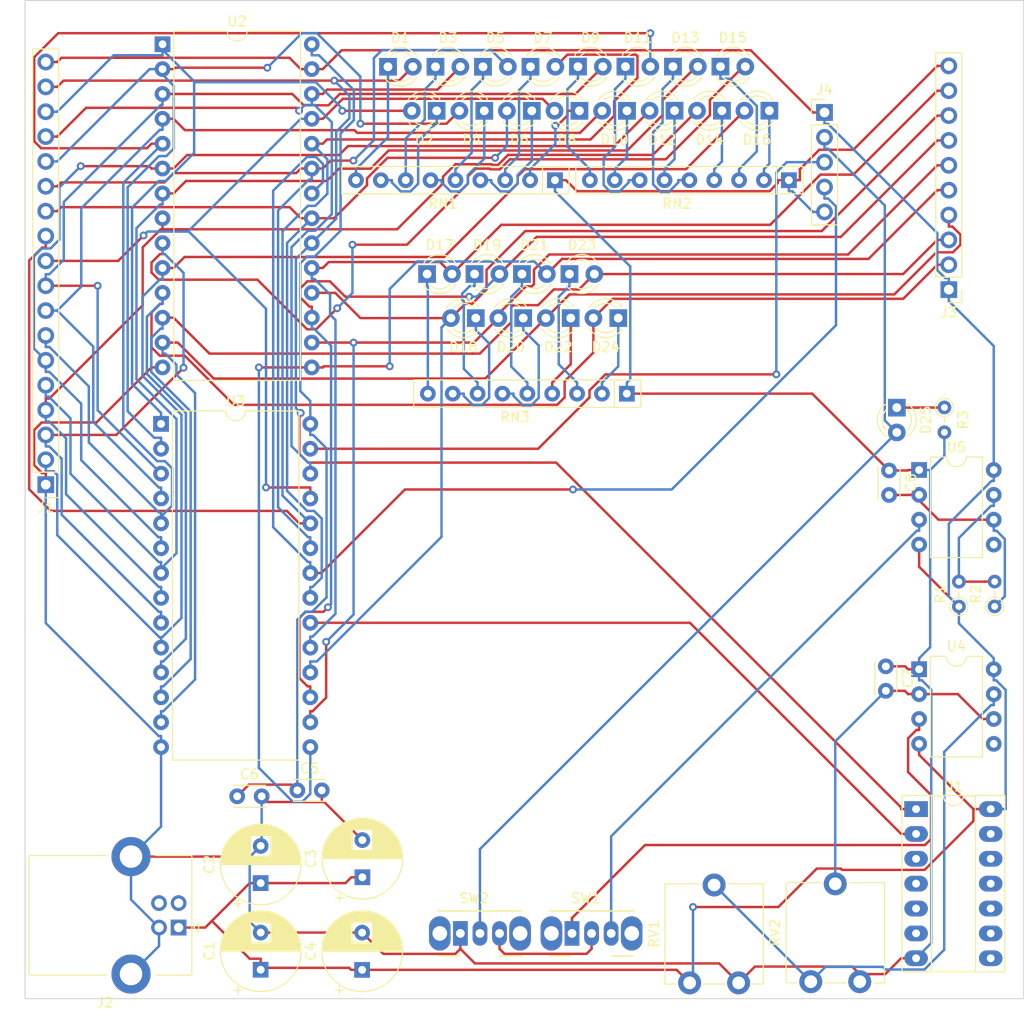
<source format=kicad_pcb>
(kicad_pcb (version 20211014) (generator pcbnew)
  (layers (0 "F.Cu" signal) (31 "B.Cu" signal) (34 "B.Paste" user) (35 "F.Paste" user) (36 "B.SilkS" user "B.Silkscreen") (37 "F.SilkS" user "F.Silkscreen") (38 "B.Mask" user) (39 "F.Mask" user) (44 "Edge.Cuts" user))
  (net 0 "")
  (net 1 "VCC")
  (net 2 "GND")
  (net 3 "+5V")
  (net 4 "Net-(C7-Pad2)")
  (net 5 "Net-(C8-Pad2)")
  (net 6 "addr0")
  (net 7 "addr1")
  (net 8 "addr2")
  (net 9 "addr3")
  (net 10 "addr4")
  (net 11 "addr5")
  (net 12 "addr6")
  (net 13 "addr7")
  (net 14 "addr8")
  (net 15 "addr9")
  (net 16 "addr10")
  (net 17 "addr11")
  (net 18 "addr12")
  (net 19 "addr13")
  (net 20 "addr14")
  (net 21 "addr15")
  (net 24 "wb0")
  (net 25 "wb1")
  (net 26 "wb2")
  (net 27 "wb3")
  (net 28 "wb4")
  (net 29 "wb5")
  (net 30 "wb6")
  (net 31 "wb7")
  (net 32 "/CLK/CLK")
  (net 33 "wr")
  (net 34 "rd")
  (net 35 "Net-(R1-Pad2)")
  (net 36 "Net-(RV1-Pad2)")
  (net 37 "Net-(SW1-Pad1)")
  (net 38 "Net-(SW1-Pad2)")
  (net 39 "Net-(SW1-Pad3)")
  (net 40 "Net-(U1-Pad2)")
  (net 53 "Net-(D1-Pad1)")
  (net 54 "Net-(D2-Pad1)")
  (net 55 "Net-(D3-Pad1)")
  (net 56 "Net-(D4-Pad1)")
  (net 57 "Net-(D5-Pad1)")
  (net 58 "Net-(D6-Pad1)")
  (net 59 "Net-(D7-Pad1)")
  (net 60 "Net-(D8-Pad1)")
  (net 61 "Net-(D9-Pad1)")
  (net 62 "Net-(D10-Pad1)")
  (net 63 "Net-(D11-Pad1)")
  (net 64 "Net-(D12-Pad1)")
  (net 65 "Net-(D13-Pad1)")
  (net 66 "Net-(D14-Pad1)")
  (net 67 "Net-(D15-Pad1)")
  (net 68 "Net-(D16-Pad1)")
  (net 69 "Net-(D17-Pad1)")
  (net 70 "Net-(D18-Pad1)")
  (net 71 "Net-(D19-Pad1)")
  (net 72 "Net-(D20-Pad1)")
  (net 73 "Net-(D21-Pad1)")
  (net 74 "Net-(D22-Pad1)")
  (net 75 "Net-(D23-Pad1)")
  (net 76 "Net-(D24-Pad1)")
  (net 77 "Net-(D25-Pad1)")
  (footprint "Capacitor_THT:C_Disc_D3.0mm_W2.0mm_P2.50mm" (layer "F.Cu") (at 38.39 99.63)
    (fp_text reference "C6")
    (fp_text value "C")
  )
  (footprint "Capacitor_THT:C_Disc_D3.0mm_W2.0mm_P2.50mm" (layer "F.Cu") (at 104.63 86.35 -90)
    (fp_text reference "C7")
    (fp_text value "C")
  )
  (footprint "Package_DIP:DIP-28_W15.24mm" (layer "F.Cu") (at 30.615 61.58)
    (fp_text reference "U3")
    (fp_text value "CY62256-70PC")
  )
  (footprint "LED_THT:LED_D3.0mm" (layer "F.Cu") (at 78.04 25.08)
    (fp_text reference "D11")
    (fp_text value "LED")
  )
  (footprint "LED_THT:LED_D3.0mm" (layer "F.Cu") (at 83.054 29.58 180)
    (fp_text reference "D12")
    (fp_text value "LED")
  )
  (footprint "LED_THT:LED_D3.0mm" (layer "F.Cu") (at 67.47 46.27)
    (fp_text reference "D21")
    (fp_text value "LED")
  )
  (footprint "LED_THT:LED_D3.0mm" (layer "F.Cu") (at 82.89 25.08)
    (fp_text reference "D13")
    (fp_text value "LED")
  )
  (footprint "Package_DIP:DIP-8_W7.62mm" (layer "F.Cu") (at 108.03 66.29)
    (fp_text reference "U5")
    (fp_text value "NE555P")
  )
  (footprint "LED_THT:LED_D3.0mm" (layer "F.Cu") (at 78.196 29.59 180)
    (fp_text reference "D10")
    (fp_text value "LED")
  )
  (footprint "LED_THT:LED_D3.0mm" (layer "F.Cu") (at 92.735 29.58 180)
    (fp_text reference "D16")
    (fp_text value "LED")
  )
  (footprint "Resistor_THT:R_Axial_DIN0204_L3.6mm_D1.6mm_P2.54mm_Vertical" (layer "F.Cu") (at 112.09 80.24 90)
    (fp_text reference "R1")
    (fp_text value "R")
  )
  (footprint "Connector_PinHeader_2.54mm:PinHeader_1x18_P2.54mm_Vertical" (layer "F.Cu") (at 18.84 67.785 180)
    (fp_text reference "J1")
    (fp_text value "Conn_01x18")
  )
  (footprint "LED_THT:LED_D3.0mm" (layer "F.Cu") (at 105.75 59.915 -90)
    (fp_text reference "D25")
    (fp_text value "LED")
  )
  (footprint "LED_THT:LED_D3.0mm" (layer "F.Cu") (at 67.6 50.77 180)
    (fp_text reference "D20")
    (fp_text value "LED")
  )
  (footprint "LED_THT:LED_D3.0mm" (layer "F.Cu") (at 62.755 50.77 180)
    (fp_text reference "D18")
    (fp_text value "LED")
  )
  (footprint "Capacitor_THT:CP_Radial_D8.0mm_P3.80mm" (layer "F.Cu") (at 40.79 108.5 90)
    (fp_text reference "C2")
    (fp_text value "C_Polarized")
  )
  (footprint "LED_THT:LED_D3.0mm" (layer "F.Cu") (at 68.34 25.09)
    (fp_text reference "D7")
    (fp_text value "LED")
  )
  (footprint "Capacitor_THT:CP_Radial_D8.0mm_P3.80mm" (layer "F.Cu") (at 40.79 117.35 90)
    (fp_text reference "C1")
    (fp_text value "C_Polarized")
  )
  (footprint "Capacitor_THT:C_Disc_D3.0mm_W2.0mm_P2.50mm" (layer "F.Cu") (at 104.96 66.34 -90)
    (fp_text reference "C8")
    (fp_text value "C")
  )
  (footprint "LED_THT:LED_D3.0mm" (layer "F.Cu") (at 73.19 25.08)
    (fp_text reference "D9")
    (fp_text value "LED")
  )
  (footprint "LED_THT:LED_D3.0mm" (layer "F.Cu") (at 73.338 29.59 180)
    (fp_text reference "D8")
    (fp_text value "LED")
  )
  (footprint "Button_Switch_THT:SW_CuK_OS102011MA1QN1_SPDT_Angled" (layer "F.Cu") (at 72.58 113.64)
    (fp_text reference "SW1")
    (fp_text value "SW_SPDT")
  )
  (footprint "Resistor_THT:R_Array_SIP9" (layer "F.Cu") (at 94.725 36.68 180)
    (fp_text reference "RN2")
    (fp_text value "R_Network08")
  )
  (footprint "Resistor_THT:R_Axial_DIN0204_L3.6mm_D1.6mm_P2.54mm_Vertical" (layer "F.Cu") (at 110.61 59.9 -90)
    (fp_text reference "R3")
    (fp_text value "R")
  )
  (footprint "LED_THT:LED_D3.0mm" (layer "F.Cu") (at 53.79 25.09)
    (fp_text reference "D1")
    (fp_text value "LED")
  )
  (footprint "Connector_PinHeader_2.54mm:PinHeader_1x10_P2.54mm_Vertical" (layer "F.Cu") (at 111.06 47.86 180)
    (fp_text reference "J3")
    (fp_text value "Conn_01x10")
  )
  (footprint "LED_THT:LED_D3.0mm" (layer "F.Cu") (at 72.45 50.77 180)
    (fp_text reference "D22")
    (fp_text value "LED")
  )
  (footprint "Package_DIP:DIP-14_W7.62mm_Socket_LongPads" (layer "F.Cu") (at 107.72 100.935)
    (fp_text reference "U1")
    (fp_text value "74LS04")
  )
  (footprint "LED_THT:LED_D3.0mm" (layer "F.Cu") (at 87.89 29.58 180)
    (fp_text reference "D14")
    (fp_text value "LED")
  )
  (footprint "Potentiometer_THT:Potentiometer_ACP_CA9-V10_Vertical" (layer "F.Cu") (at 89.595 118.69 90)
    (fp_text reference "RV1")
    (fp_text value "R_Potentiometer")
  )
  (footprint "Capacitor_THT:CP_Radial_D8.0mm_P3.80mm" (layer "F.Cu") (at 51.17 107.9027 90)
    (fp_text reference "C3")
    (fp_text value "C_Polarized")
  )
  (footprint "Button_Switch_THT:SW_CuK_OS102011MA1QN1_SPDT_Angled" (layer "F.Cu") (at 61.18 113.64)
    (fp_text reference "SW2")
    (fp_text value "SW_SPDT")
  )
  (footprint "LED_THT:LED_D3.0mm" (layer "F.Cu") (at 63.622 29.59 180)
    (fp_text reference "D4")
    (fp_text value "LED")
  )
  (footprint "LED_THT:LED_D3.0mm" (layer "F.Cu") (at 62.63 46.27)
    (fp_text reference "D19")
    (fp_text value "LED")
  )
  (footprint "LED_THT:LED_D3.0mm" (layer "F.Cu") (at 58.64 25.09)
    (fp_text reference "D3")
    (fp_text value "LED")
  )
  (footprint "Capacitor_THT:C_Disc_D3.0mm_W2.0mm_P2.50mm" (layer "F.Cu") (at 44.53 99.02)
    (fp_text reference "C5")
    (fp_text value "C")
  )
  (footprint "LED_THT:LED_D3.0mm" (layer "F.Cu") (at 72.32 46.27)
    (fp_text reference "D23")
    (fp_text value "LED")
  )
  (footprint "Connector_PinHeader_2.54mm:PinHeader_1x05_P2.54mm_Vertical" (layer "F.Cu") (at 98.3653 29.76)
    (fp_text reference "J4")
    (fp_text value "Conn_01x05")
  )
  (footprint "LED_THT:LED_D3.0mm" (layer "F.Cu") (at 57.785 46.27)
    (fp_text reference "D17")
    (fp_text value "LED")
  )
  (footprint "LED_THT:LED_D3.0mm" (layer "F.Cu") (at 68.475 29.59 180)
    (fp_text reference "D6")
    (fp_text value "LED")
  )
  (footprint "Package_DIP:DIP-8_W7.62mm" (layer "F.Cu") (at 108.03 86.65)
    (fp_text reference "U4")
    (fp_text value "NE555P")
  )
  (footprint "Resistor_THT:R_Axial_DIN0204_L3.6mm_D1.6mm_P2.54mm_Vertical" (layer "F.Cu") (at 115.74 80.23 90)
    (fp_text reference "R2")
    (fp_text value "R")
  )
  (footprint "LED_THT:LED_D3.0mm" (layer "F.Cu") (at 63.49 25.09)
    (fp_text reference "D5")
    (fp_text value "LED")
  )
  (footprint "LED_THT:LED_D3.0mm" (layer "F.Cu") (at 77.305 50.77 180)
    (fp_text reference "D24")
    (fp_text value "LED")
  )
  (footprint "Package_DIP:DIP-28_W15.24mm" (layer "F.Cu") (at 30.765 22.79)
    (fp_text reference "U2")
    (fp_text value "28C256")
  )
  (footprint "Capacitor_THT:CP_Radial_D8.0mm_P3.80mm" (layer "F.Cu") (at 51.15 117.36 90)
    (fp_text reference "C4")
    (fp_text value "C_Polarized")
  )
  (footprint "LED_THT:LED_D3.0mm" (layer "F.Cu") (at 87.74 25.08)
    (fp_text reference "D15")
    (fp_text value "LED")
  )
  (footprint "Connector_USB:USB_B_Lumberg_2411_02_Horizontal" (layer "F.Cu") (at 32.4075 113.04 180)
    (fp_text reference "J2")
    (fp_text value "USB_B")
  )
  (footprint "Resistor_THT:R_Array_SIP9" (layer "F.Cu") (at 70.84 36.68 180)
    (fp_text reference "RN1")
    (fp_text value "R_Network08")
  )
  (footprint "Potentiometer_THT:Potentiometer_ACP_CA9-V10_Vertical" (layer "F.Cu") (at 101.965 118.57 90)
    (fp_text reference "RV2")
    (fp_text value "R_Potentiometer")
  )
  (footprint "Resistor_THT:R_Array_SIP9" (layer "F.Cu") (at 78.18 58.49 180)
    (fp_text reference "RN3")
    (fp_text value "R_Network08")
  )
  (footprint "LED_THT:LED_D3.0mm" (layer "F.Cu") (at 58.764 29.59 180)
    (fp_text reference "D2")
    (fp_text value "LED")
  )
  (gr_rect (start 16.73 18.32) (end 118.71 120.3) (layer "Edge.Cuts") (width 0.1) (fill none))
  (segment (start 47.1301 25.33) (end 49.0569 23.4032) (width 0.25) (layer "F.Cu") (net 1))
  (segment (start 40.79 117.35) (end 40.79 117.1539) (width 0.25) (layer "F.Cu") (net 1))
  (segment (start 115.34 100.935) (end 113.8149 100.935) (width 0.25) (layer "F.Cu") (net 1))
  (segment (start 113.5699 102.1642) (end 113.5699 100.935) (width 0.25) (layer "F.Cu") (net 1))
  (segment (start 83.265 117.36) (end 84.595 118.69) (width 0.25) (layer "F.Cu") (net 1))
  (segment (start 84.9395 110.943) (end 93.6509 110.943) (width 0.25) (layer "F.Cu") (net 1))
  (segment (start 108.586 107.1481) (end 113.5699 102.1642) (width 0.25) (layer "F.Cu") (net 1))
  (segment (start 98.3653 29.76) (end 97.1902 29.76) (width 0.25) (layer "F.Cu") (net 1))
  (segment (start 51.17 107.9027) (end 50.0449 107.9027) (width 0.25) (layer "F.Cu") (net 1))
  (segment (start 113.8149 100.935) (end 113.5699 100.935) (width 0.25) (layer "F.Cu") (net 1))
  (segment (start 40.79 117.1393) (end 40.79 117.1539) (width 0.25) (layer "F.Cu") (net 1))
  (segment (start 40.79 116.2249) (end 39.6649 116.2249) (width 0.25) (layer "F.Cu") (net 1))
  (segment (start 108.03 94.27) (end 108.03 95.3951) (width 0.25) (layer "F.Cu") (net 1))
  (segment (start 40.79 117.1539) (end 49.8188 117.1539) (width 0.25) (layer "F.Cu") (net 1))
  (segment (start 35.8025 112.3624) (end 35.1249 113.04) (width 0.25) (layer "F.Cu") (net 1))
  (segment (start 97.5826 107.0113) (end 100.0209 107.0113) (width 0.25) (layer "F.Cu") (net 1))
  (segment (start 51.15 117.36) (end 83.265 117.36) (width 0.25) (layer "F.Cu") (net 1))
  (segment (start 20.0151 24.605) (end 20.4462 24.1739) (width 0.25) (layer "F.Cu") (net 1))
  (segment (start 93.6509 110.943) (end 97.5826 107.0113) (width 0.25) (layer "F.Cu") (net 1))
  (segment (start 46.005 25.33) (end 44.8799 25.33) (width 0.25) (layer "F.Cu") (net 1))
  (segment (start 49.0569 23.4032) (end 90.8334 23.4032) (width 0.25) (layer "F.Cu") (net 1))
  (segment (start 100.0209 107.0113) (end 100.1577 107.1481) (width 0.25) (layer "F.Cu") (net 1))
  (segment (start 20.4462 24.1739) (end 43.7238 24.1739) (width 0.25) (layer "F.Cu") (net 1))
  (segment (start 39.6649 116.2249) (end 35.8025 112.3624) (width 0.25) (layer "F.Cu") (net 1))
  (segment (start 40.79 108.5) (end 49.4476 108.5) (width 0.25) (layer "F.Cu") (net 1))
  (segment (start 40.79 108.5) (end 39.6649 108.5) (width 0.25) (layer "F.Cu") (net 1))
  (segment (start 39.6649 108.5) (end 35.8025 112.3624) (width 0.25) (layer "F.Cu") (net 1))
  (segment (start 108.03 76.18) (end 112.09 80.24) (width 0.25) (layer "F.Cu") (net 1))
  (segment (start 46.005 25.33) (end 47.1301 25.33) (width 0.25) (layer "F.Cu") (net 1))
  (segment (start 100.1577 107.1481) (end 108.586 107.1481) (width 0.25) (layer "F.Cu") (net 1))
  (segment (start 49.4476 108.5) (end 50.0449 107.9027) (width 0.25) (layer "F.Cu") (net 1))
  (segment (start 35.1249 113.04) (end 32.4075 113.04) (width 0.25) (layer "F.Cu") (net 1))
  (segment (start 40.79 117.1393) (end 40.79 116.2249) (width 0.25) (layer "F.Cu") (net 1))
  (segment (start 90.8334 23.4032) (end 97.1902 29.76) (width 0.25) (layer "F.Cu") (net 1))
  (segment (start 113.5699 100.935) (end 108.03 95.3951) (width 0.25) (layer "F.Cu") (net 1))
  (segment (start 43.7238 24.1739) (end 44.8799 25.33) (width 0.25) (layer "F.Cu") (net 1))
  (segment (start 51.15 117.36) (end 50.0249 117.36) (width 0.25) (layer "F.Cu") (net 1))
  (segment (start 49.8188 117.1539) (end 50.0249 117.36) (width 0.25) (layer "F.Cu") (net 1))
  (segment (start 18.84 24.605) (end 20.0151 24.605) (width 0.25) (layer "F.Cu") (net 1))
  (segment (start 108.03 73.91) (end 108.03 76.18) (width 0.25) (layer "F.Cu") (net 1))
  (via (at 84.9395 110.943) (size 0.8) (drill 0.4) (layers "F.Cu" "B.Cu") (net 1))
  (segment (start 115.65 85.5249) (end 112.09 81.9649) (width 0.25) (layer "B.Cu") (net 1))
  (segment (start 109.8849 42.0875) (end 109.8849 45.8771) (width 0.25) (layer "B.Cu") (net 1))
  (segment (start 115.65 86.65) (end 115.65 87.7751) (width 0.25) (layer "B.Cu") (net 1))
  (segment (start 109.8849 45.8771) (end 110.6927 46.6849) (width 0.25) (layer "B.Cu") (net 1))
  (segment (start 111.06 47.86) (end 111.06 49.0351) (width 0.25) (layer "B.Cu") (net 1))
  (segment (start 115.34 100.935) (end 116.8651 100.935) (width 0.25) (layer "B.Cu") (net 1))
  (segment (start 98.3653 30.9351) (end 98.7325 30.9351) (width 0.25) (layer "B.Cu") (net 1))
  (segment (start 115.65 53.6251) (end 115.65 66.29) (width 0.25) (layer "B.Cu") (net 1))
  (segment (start 115.65 86.65) (end 115.65 85.5249) (width 0.25) (layer "B.Cu") (net 1))
  (segment (start 115.65 66.29) (end 115.65 67.4151) (width 0.25) (layer "B.Cu") (net 1))
  (segment (start 110.6927 46.6849) (end 111.06 46.6849) (width 0.25) (layer "B.Cu") (net 1))
  (segment (start 111.06 49.0351) (end 115.65 53.6251) (width 0.25) (layer "B.Cu") (net 1))
  (segment (start 111.0602 79.2102) (end 111.0602 71.7717) (width 0.25) (layer "B.Cu") (net 1))
  (segment (start 112.09 80.24) (end 111.0602 79.2102) (width 0.25) (layer "B.Cu") (net 1))
  (segment (start 84.9395 118.3455) (end 84.9395 110.943) (width 0.25) (layer "B.Cu") (net 1))
  (segment (start 84.595 118.69) (end 84.9395 118.3455) (width 0.25) (layer "B.Cu") (net 1))
  (segment (start 116.8651 100.935) (end 116.8651 88.7571) (width 0.25) (layer "B.Cu") (net 1))
  (segment (start 111.06 47.86) (end 111.06 46.6849) (width 0.25) (layer "B.Cu") (net 1))
  (segment (start 115.4168 67.4151) (end 115.65 67.4151) (width 0.25) (layer "B.Cu") (net 1))
  (segment (start 98.3653 29.76) (end 98.3653 30.9351) (width 0.25) (layer "B.Cu") (net 1))
  (segment (start 115.8831 87.7751) (end 115.65 87.7751) (width 0.25) (layer "B.Cu") (net 1))
  (segment (start 116.8651 88.7571) (end 115.8831 87.7751) (width 0.25) (layer "B.Cu") (net 1))
  (segment (start 112.09 81.9649) (end 112.09 80.24) (width 0.25) (layer "B.Cu") (net 1))
  (segment (start 111.0602 71.7717) (end 115.4168 67.4151) (width 0.25) (layer "B.Cu") (net 1))
  (segment (start 98.7325 30.9351) (end 109.8849 42.0875) (width 0.25) (layer "B.Cu") (net 1))
  (segment (start 89.595 118.69) (end 87.6087 116.7037) (width 0.25) (layer "F.Cu") (net 2))
  (segment (start 87.6087 116.7037) (end 62.6686 116.7037) (width 0.25) (layer "F.Cu") (net 2))
  (segment (start 106.6049 86.35) (end 104.63 86.35) (width 0.25) (layer "F.Cu") (net 2))
  (segment (start 47.2797 100.2124) (end 51.17 104.1027) (width 0.25) (layer "F.Cu") (net 2))
  (segment (start 101.1927 117.0254) (end 101.965 117.7977) (width 0.25) (layer "F.Cu") (net 2))
  (segment (start 27.5475 105.79) (end 39.7 105.79) (width 0.25) (layer "F.Cu") (net 2))
  (segment (start 104.5722 117.7977) (end 106.1949 116.175) (width 0.25) (layer "F.Cu") (net 2))
  (segment (start 40.89 99.63) (end 41.4724 100.2124) (width 0.25) (layer "F.Cu") (net 2))
  (segment (start 92.7562 37.8051) (end 93.5999 36.9614) (width 0.25) (layer "F.Cu") (net 2))
  (segment (start 51.14 113.55) (end 51.15 113.56) (width 0.25) (layer "F.Cu") (net 2))
  (segment (start 101.3149 33.57) (end 97.835 33.57) (width 0.25) (layer "F.Cu") (net 2))
  (segment (start 17.6535 65.7906) (end 17.6535 62.2067) (width 0.25) (layer "F.Cu") (net 2))
  (segment (start 73.0902 37.8051) (end 92.7562 37.8051) (width 0.25) (layer "F.Cu") (net 2))
  (segment (start 71.9651 36.68) (end 73.0902 37.8051) (width 0.25) (layer "F.Cu") (net 2))
  (segment (start 70.84 36.68) (end 71.9651 36.68) (width 0.25) (layer "F.Cu") (net 2))
  (segment (start 89.595 118.69) (end 91.2596 117.0254) (width 0.25) (layer "F.Cu") (net 2))
  (segment (start 97.835 33.57) (end 95.8501 35.5549) (width 0.25) (layer "F.Cu") (net 2))
  (segment (start 97.11 58.49) (end 104.96 66.34) (width 0.25) (layer "F.Cu") (net 2))
  (segment (start 60.6663 115.7288) (end 61.18 115.2151) (width 0.25) (layer "F.Cu") (net 2))
  (segment (start 47.03 100.2124) (end 47.03 99.02) (width 0.25) (layer "F.Cu") (net 2))
  (segment (start 106.9049 86.65) (end 106.6049 86.35) (width 0.25) (layer "F.Cu") (net 2))
  (segment (start 40.79 113.55) (end 51.14 113.55) (width 0.25) (layer "F.Cu") (net 2))
  (segment (start 104.96 66.34) (end 106.8549 66.34) (width 0.25) (layer "F.Cu") (net 2))
  (segment (start 101.965 117.7977) (end 101.965 118.57) (width 0.25) (layer "F.Cu") (net 2))
  (segment (start 41.4724 100.2124) (end 47.03 100.2124) (width 0.25) (layer "F.Cu") (net 2))
  (segment (start 18.4252 61.435) (end 24.0149 61.435) (width 0.25) (layer "F.Cu") (net 2))
  (segment (start 53.3188 115.7288) (end 60.6663 115.7288) (width 0.25) (layer "F.Cu") (net 2))
  (segment (start 61.18 113.64) (end 61.18 115.2151) (width 0.25) (layer "F.Cu") (net 2))
  (segment (start 111.06 25) (end 109.8849 25) (width 0.25) (layer "F.Cu") (net 2))
  (segment (start 94.725 36.68) (end 95.8501 36.68) (width 0.25) (layer "F.Cu") (net 2))
  (segment (start 47.03 100.2124) (end 47.2797 100.2124) (width 0.25) (layer "F.Cu") (net 2))
  (segment (start 95.8501 35.5549) (end 95.8501 36.68) (width 0.25) (layer "F.Cu") (net 2))
  (segment (start 91.2596 117.0254) (end 101.1927 117.0254) (width 0.25) (layer "F.Cu") (net 2))
  (segment (start 78.18 58.49) (end 97.11 58.49) (width 0.25) (layer "F.Cu") (net 2))
  (segment (start 62.6686 116.7037) (end 61.18 115.2151) (width 0.25) (layer "F.Cu") (net 2))
  (segment (start 18.4728 66.6099) (end 17.6535 65.7906) (width 0.25) (layer "F.Cu") (net 2))
  (segment (start 106.8549 66.34) (end 106.9049 66.29) (width 0.25) (layer "F.Cu") (net 2))
  (segment (start 30.765 55.81) (end 29.6399 55.81) (width 0.25) (layer "F.Cu") (net 2))
  (segment (start 39.7 105.79) (end 40.79 104.7) (width 0.25) (layer "F.Cu") (net 2))
  (segment (start 108.03 86.65) (end 106.9049 86.65) (width 0.25) (layer "F.Cu") (net 2))
  (segment (start 24.0149 61.435) (end 29.6399 55.81) (width 0.25) (layer "F.Cu") (net 2))
  (segment (start 93.5999 36.9614) (end 93.5999 36.68) (width 0.25) (layer "F.Cu") (net 2))
  (segment (start 18.84 66.6099) (end 18.4728 66.6099) (width 0.25) (layer "F.Cu") (net 2))
  (segment (start 109.8849 25) (end 101.3149 33.57) (width 0.25) (layer "F.Cu") (net 2))
  (segment (start 17.6535 62.2067) (end 18.4252 61.435) (width 0.25) (layer "F.Cu") (net 2))
  (segment (start 107.72 116.175) (end 106.1949 116.175) (width 0.25) (layer "F.Cu") (net 2))
  (segment (start 94.725 36.68) (end 93.5999 36.68) (width 0.25) (layer "F.Cu") (net 2))
  (segment (start 51.15 113.56) (end 53.3188 115.7288) (width 0.25) (layer "F.Cu") (net 2))
  (segment (start 108.03 66.29) (end 106.9049 66.29) (width 0.25) (layer "F.Cu") (net 2))
  (segment (start 101.965 117.7977) (end 104.5722 117.7977) (width 0.25) (layer "F.Cu") (net 2))
  (segment (start 18.84 67.785) (end 18.84 66.6099) (width 0.25) (layer "F.Cu") (net 2))
  (segment (start 95.0753 37.8051) (end 94.725 37.8051) (width 0.25) (layer "B.Cu") (net 2))
  (segment (start 27.5475 105.79) (end 27.5475 110.18) (width 0.25) (layer "B.Cu") (net 2))
  (segment (start 18.84 67.785) (end 18.84 81.9331) (width 0.25) (layer "B.Cu") (net 2))
  (segment (start 78.18 58.49) (end 78.18 57.3649) (width 0.25) (layer "B.Cu") (net 2))
  (segment (start 39.6648 112.4248) (end 39.6648 105.8252) (width 0.25) (layer "B.Cu") (net 2))
  (segment (start 108.03 86.65) (end 108.03 85.5249) (width 0.25) (layer "B.Cu") (net 2))
  (segment (start 78.5302 45.4953) (end 70.84 37.8051) (width 0.25) (layer "B.Cu") (net 2))
  (segment (start 108.03 66.29) (end 109.1587 66.29) (width 0.25) (layer "B.Cu") (net 2))
  (segment (start 108.03 86.65) (end 108.03 87.7751) (width 0.25) (layer "B.Cu") (net 2))
  (segment (start 110.61 64.8387) (end 110.61 62.44) (width 0.25) (layer "B.Cu") (net 2))
  (segment (start 108.03 85.5249) (end 109.1587 84.3962) (width 0.25) (layer "B.Cu") (net 2))
  (segment (start 98.3653 39.92) (end 97.1902 39.92) (width 0.25) (layer "B.Cu") (net 2))
  (segment (start 97.1902 39.92) (end 95.0753 37.8051) (width 0.25) (layer "B.Cu") (net 2))
  (segment (start 40.79 113.55) (end 39.6648 112.4248) (width 0.25) (layer "B.Cu") (net 2))
  (segment (start 39.6648 105.8252) (end 40.79 104.7) (width 0.25) (layer "B.Cu") (net 2))
  (segment (start 30.615 102.7225) (end 30.615 94.6) (width 0.25) (layer "B.Cu") (net 2))
  (segment (start 27.5475 117.79) (end 30.4075 114.93) (width 0.25) (layer "B.Cu") (net 2))
  (segment (start 94.725 36.68) (end 94.725 37.8051) (width 0.25) (layer "B.Cu") (net 2))
  (segment (start 27.5475 105.79) (end 30.615 102.7225) (width 0.25) (layer "B.Cu") (net 2))
  (segment (start 40.89 104.6) (end 40.89 99.63) (width 0.25) (layer "B.Cu") (net 2))
  (segment (start 109.1587 66.29) (end 110.61 64.8387) (width 0.25) (layer "B.Cu") (net 2))
  (segment (start 109.2679 114.6271) (end 109.2679 88.7317) (width 0.25) (layer "B.Cu") (net 2))
  (segment (start 70.84 36.68) (end 70.84 37.8051) (width 0.25) (layer "B.Cu") (net 2))
  (segment (start 78.18 57.3649) (end 78.5302 57.0147) (width 0.25) (layer "B.Cu") (net 2))
  (segment (start 40.79 104.7) (end 40.89 104.6) (width 0.25) (layer "B.Cu") (net 2))
  (segment (start 108.3113 87.7751) (end 108.03 87.7751) (width 0.25) (layer "B.Cu") (net 2))
  (segment (start 30.4075 114.93) (end 30.4075 113.04) (width 0.25) (layer "B.Cu") (net 2))
  (segment (start 30.3818 93.4749) (end 30.615 93.4749) (width 0.25) (layer "B.Cu") (net 2))
  (segment (start 109.2679 88.7317) (end 108.3113 87.7751) (width 0.25) (layer "B.Cu") (net 2))
  (segment (start 30.615 94.6) (end 30.615 93.4749) (width 0.25) (layer "B.Cu") (net 2))
  (segment (start 27.5475 110.18) (end 30.4075 113.04) (width 0.25) (layer "B.Cu") (net 2))
  (segment (start 109.1587 84.3962) (end 109.1587 66.29) (width 0.25) (layer "B.Cu") (net 2))
  (segment (start 78.5302 57.0147) (end 78.5302 45.4953) (width 0.25) (layer "B.Cu") (net 2))
  (segment (start 18.84 81.9331) (end 30.3818 93.4749) (width 0.25) (layer "B.Cu") (net 2))
  (segment (start 107.72 116.175) (end 109.2679 114.6271) (width 0.25) (layer "B.Cu") (net 2))
  (segment (start 43.9483 98.4383) (end 39.5817 98.4383) (width 0.25) (layer "F.Cu") (net 3))
  (segment (start 39.5817 98.4383) (end 38.39 99.63) (width 0.25) (layer "F.Cu") (net 3))
  (segment (start 44.53 99.02) (end 43.9483 98.4383) (width 0.25) (layer "F.Cu") (net 3))
  (segment (start 50.2987 27.4747) (end 46.7391 23.9151) (width 0.25) (layer "B.Cu") (net 3))
  (segment (start 45.855 61.58) (end 45.855 62.7051) (width 0.25) (layer "B.Cu") (net 3))
  (segment (start 45.855 61.58) (end 45.855 59.2506) (width 0.25) (layer "B.Cu") (net 3))
  (segment (start 45.3403 80.7748) (end 44.53 81.5851) (width 0.25) (layer "B.Cu") (net 3))
  (segment (start 44.53 81.5851) (end 44.53 99.02) (width 0.25) (layer "B.Cu") (net 3))
  (segment (start 46.0456 80.7748) (end 45.3403 80.7748) (width 0.25) (layer "B.Cu") (net 3))
  (segment (start 44.8353 58.2309) (end 44.8353 45.1711) (width 0.25) (layer "B.Cu") (net 3))
  (segment (start 48.9493 31.9041) (end 50.2987 30.5547) (width 0.25) (layer "B.Cu") (net 3))
  (segment (start 46.005 22.79) (end 46.005 23.9151) (width 0.25) (layer "B.Cu") (net 3))
  (segment (start 46.7391 23.9151) (end 46.005 23.9151) (width 0.25) (layer "B.Cu") (net 3))
  (segment (start 46.1363 62.7051) (end 47.5151 64.0839) (width 0.25) (layer "B.Cu") (net 3))
  (segment (start 47.5151 79.3053) (end 46.0456 80.7748) (width 0.25) (layer "B.Cu") (net 3))
  (segment (start 48.9493 41.8393) (end 48.9493 31.9041) (width 0.25) (layer "B.Cu") (net 3))
  (segment (start 47.5151 64.0839) (end 47.5151 79.3053) (width 0.25) (layer "B.Cu") (net 3))
  (segment (start 45.855 62.7051) (end 46.1363 62.7051) (width 0.25) (layer "B.Cu") (net 3))
  (segment (start 46.3117 44.4769) (end 48.9493 41.8393) (width 0.25) (layer "B.Cu") (net 3))
  (segment (start 45.855 59.2506) (end 44.8353 58.2309) (width 0.25) (layer "B.Cu") (net 3))
  (segment (start 50.2987 30.5547) (end 50.2987 27.4747) (width 0.25) (layer "B.Cu") (net 3))
  (segment (start 45.5295 44.4769) (end 46.3117 44.4769) (width 0.25) (layer "B.Cu") (net 3))
  (segment (start 44.8353 45.1711) (end 45.5295 44.4769) (width 0.25) (layer "B.Cu") (net 3))
  (segment (start 111.9849 89.19) (end 108.03 89.19) (width 0.25) (layer "F.Cu") (net 4))
  (segment (start 114.5249 91.73) (end 111.9849 89.19) (width 0.25) (layer "F.Cu") (net 4))
  (segment (start 104.63 88.85) (end 106.5649 88.85) (width 0.25) (layer "F.Cu") (net 4))
  (segment (start 106.5649 88.85) (end 106.9049 89.19) (width 0.25) (layer "F.Cu") (net 4))
  (segment (start 115.65 91.73) (end 114.5249 91.73) (width 0.25) (layer "F.Cu") (net 4))
  (segment (start 108.03 89.19) (end 106.9049 89.19) (width 0.25) (layer "F.Cu") (net 4))
  (segment (start 104.63 88.85) (end 99.465 94.015) (width 0.25) (layer "B.Cu") (net 4))
  (segment (start 99.465 94.015) (end 99.465 108.57) (width 0.25) (layer "B.Cu") (net 4))
  (segment (start 104.96 68.84) (end 106.8949 68.84) (width 0.25) (layer "F.Cu") (net 5))
  (segment (start 106.8949 68.84) (end 106.9049 68.83) (width 0.25) (layer "F.Cu") (net 5))
  (segment (start 108.03 68.83) (end 107.4675 68.83) (width 0.25) (layer "F.Cu") (net 5))
  (segment (start 110.0075 71.37) (end 115.65 71.37) (width 0.25) (layer "F.Cu") (net 5))
  (segment (start 107.4675 68.83) (end 110.0075 71.37) (width 0.25) (layer "F.Cu") (net 5))
  (segment (start 107.4675 68.83) (end 106.9049 68.83) (width 0.25) (layer "F.Cu") (net 5))
  (segment (start 115.65 71.37) (end 115.65 72.4951) (width 0.25) (layer "B.Cu") (net 5))
  (segment (start 116.7814 79.1886) (end 115.74 80.23) (width 0.25) (layer "B.Cu") (net 5))
  (segment (start 115.65 72.4951) (end 115.9313 72.4951) (width 0.25) (layer "B.Cu") (net 5))
  (segment (start 115.9313 72.4951) (end 116.7814 73.3452) (width 0.25) (layer "B.Cu") (net 5))
  (segment (start 116.7814 73.3452) (end 116.7814 79.1886) (width 0.25) (layer "B.Cu") (net 5))
  (segment (start 31.8901 45.65) (end 33.0152 44.5249) (width 0.25) (layer "F.Cu") (net 6))
  (segment (start 59.5272 44.5249) (end 67.03 37.0221) (width 0.25) (layer "F.Cu") (net 6))
  (segment (start 30.765 45.65) (end 31.8901 45.65) (width 0.25) (layer "F.Cu") (net 6))
  (segment (start 67.03 36.2884) (end 67.7636 35.5548) (width 0.25) (layer "F.Cu") (net 6))
  (segment (start 33.0152 44.5249) (end 59.5272 44.5249) (width 0.25) (layer "F.Cu") (net 6))
  (segment (start 84.2202 35.5548) (end 90.195 29.58) (width 0.25) (layer "F.Cu") (net 6))
  (segment (start 67.7636 35.5548) (end 84.2202 35.5548) (width 0.25) (layer "F.Cu") (net 6))
  (segment (start 67.03 37.0221) (end 67.03 36.2884) (width 0.25) (layer "F.Cu") (net 6))
  (segment (start 20.0151 66.7873) (end 20.0151 72.9482) (width 0.25) (layer "B.Cu") (net 6))
  (segment (start 28.7175 48.5894) (end 28.7175 56.6613) (width 0.25) (layer "B.Cu") (net 6))
  (segment (start 30.7205 83.3858) (end 30.615 83.3858) (width 0.25) (layer "B.Cu") (net 6))
  (segment (start 30.765 46.7751) (end 30.5318 46.7751) (width 0.25) (layer "B.Cu") (net 6))
  (segment (start 30.615 84.44) (end 30.615 83.3858) (width 0.25) (layer "B.Cu") (net 6))
  (segment (start 28.7175 56.6613) (end 32.6966 60.6404) (width 0.25) (layer "B.Cu") (net 6))
  (segment (start 19.6479 66.4201) (end 20.0151 66.7873) (width 0.25) (layer "B.Cu") (net 6))
  (segment (start 20.0151 72.9482) (end 30.4527 83.3858) (width 0.25) (layer "B.Cu") (net 6))
  (segment (start 30.765 45.65) (end 30.765 46.7751) (width 0.25) (layer "B.Cu") (net 6))
  (segment (start 18.84 66.4201) (end 19.6479 66.4201) (width 0.25) (layer "B.Cu") (net 6))
  (segment (start 30.5318 46.7751) (end 28.7175 48.5894) (width 0.25) (layer "B.Cu") (net 6))
  (segment (start 32.6966 60.6404) (end 32.6966 81.4097) (width 0.25) (layer "B.Cu") (net 6))
  (segment (start 32.6966 81.4097) (end 30.7205 83.3858) (width 0.25) (layer "B.Cu") (net 6))
  (segment (start 30.4527 83.3858) (end 30.615 83.3858) (width 0.25) (layer "B.Cu") (net 6))
  (segment (start 18.84 65.245) (end 18.84 66.4201) (width 0.25) (layer "B.Cu") (net 6))
  (segment (start 55.7257 43.2709) (end 50.1605 43.2709) (width 0.25) (layer "F.Cu") (net 7))
  (segment (start 61.95 37.0466) (end 55.7257 43.2709) (width 0.25) (layer "F.Cu") (net 7))
  (segment (start 30.765 43.11) (end 30.765 44.2351) (width 0.25) (layer "F.Cu") (net 7))
  (segment (start 64.2424 35.5707) (end 64.1701 35.4984) (width 0.25) (layer "F.Cu") (net 7))
  (segment (start 29.6387 46.115) (end 29.6387 45.0963) (width 0.25) (layer "F.Cu") (net 7))
  (segment (start 64.1701 35.4984) (end 62.7522 35.4984) (width 0.25) (layer "F.Cu") (net 7))
  (segment (start 30.3698 46.8461) (end 29.6387 46.115) (width 0.25) (layer "F.Cu") (net 7))
  (segment (start 90.28 25.08) (end 90.0709 25.08) (width 0.25) (layer "F.Cu") (net 7))
  (segment (start 18.84 62.705) (end 26.0461 62.705) (width 0.25) (layer "F.Cu") (net 7))
  (segment (start 29.6387 45.0963) (end 30.4999 44.2351) (width 0.25) (layer "F.Cu") (net 7))
  (segment (start 40.459 46.8461) (end 30.3698 46.8461) (width 0.25) (layer "F.Cu") (net 7))
  (segment (start 48.6025 49.7611) (end 46.4477 51.9159) (width 0.25) (layer "F.Cu") (net 7))
  (segment (start 86.6648 28.4861) (end 86.6648 30.0378) (width 0.25) (layer "F.Cu") (net 7))
  (segment (start 82.158 34.5446) (end 66.2422 34.5446) (width 0.25) (layer "F.Cu") (net 7))
  (segment (start 45.5288 51.9159) (end 40.459 46.8461) (width 0.25) (layer "F.Cu") (net 7))
  (segment (start 46.4477 51.9159) (end 45.5288 51.9159) (width 0.25) (layer "F.Cu") (net 7))
  (segment (start 86.6648 30.0378) (end 82.158 34.5446) (width 0.25) (layer "F.Cu") (net 7))
  (segment (start 90.0709 25.08) (end 86.6648 28.4861) (width 0.25) (layer "F.Cu") (net 7))
  (segment (start 26.0461 62.705) (end 32.9109 55.8402) (width 0.25) (layer "F.Cu") (net 7))
  (segment (start 62.7522 35.4984) (end 61.95 36.3006) (width 0.25) (layer "F.Cu") (net 7))
  (segment (start 66.2422 34.5446) (end 65.2161 35.5707) (width 0.25) (layer "F.Cu") (net 7))
  (segment (start 65.2161 35.5707) (end 64.2424 35.5707) (width 0.25) (layer "F.Cu") (net 7))
  (segment (start 61.95 36.3006) (end 61.95 37.0466) (width 0.25) (layer "F.Cu") (net 7))
  (segment (start 30.4999 44.2351) (end 30.765 44.2351) (width 0.25) (layer "F.Cu") (net 7))
  (via (at 48.6025 49.7611) (size 0.8) (drill 0.4) (layers "F.Cu" "B.Cu") (net 7))
  (via (at 50.1605 43.2709) (size 0.8) (drill 0.4) (layers "F.Cu" "B.Cu") (net 7))
  (via (at 32.9109 55.8402) (size 0.8) (drill 0.4) (layers "F.Cu" "B.Cu") (net 7))
  (segment (start 50.1605 48.2031) (end 50.1605 43.2709) (width 0.25) (layer "B.Cu") (net 7))
  (segment (start 30.3818 80.7749) (end 20.4652 70.8583) (width 0.25) (layer "B.Cu") (net 7))
  (segment (start 48.6025 49.7611) (end 50.1605 48.2031) (width 0.25) (layer "B.Cu") (net 7))
  (segment (start 32.9109 46.1479) (end 30.9981 44.2351) (width 0.25) (layer "B.Cu") (net 7))
  (segment (start 30.615 81.9) (end 30.615 80.7749) (width 0.25) (layer "B.Cu") (net 7))
  (segment (start 20.4652 70.8583) (end 20.4652 65.1448) (width 0.25) (layer "B.Cu") (net 7))
  (segment (start 32.9109 55.8402) (end 32.9109 46.1479) (width 0.25) (layer "B.Cu") (net 7))
  (segment (start 30.9981 44.2351) (end 30.765 44.2351) (width 0.25) (layer "B.Cu") (net 7))
  (segment (start 30.765 43.11) (end 30.765 44.2351) (width 0.25) (layer "B.Cu") (net 7))
  (segment (start 19.2005 63.8801) (end 18.84 63.8801) (width 0.25) (layer "B.Cu") (net 7))
  (segment (start 30.615 80.7749) (end 30.3818 80.7749) (width 0.25) (layer "B.Cu") (net 7))
  (segment (start 20.4652 65.1448) (end 19.2005 63.8801) (width 0.25) (layer "B.Cu") (net 7))
  (segment (start 18.84 62.705) (end 18.84 63.8801) (width 0.25) (layer "B.Cu") (net 7))
  (segment (start 85.35 29.58) (end 80.8355 34.0945) (width 0.25) (layer "F.Cu") (net 8))
  (segment (start 64.3566 35.0483) (end 60.6749 35.0483) (width 0.25) (layer "F.Cu") (net 8))
  (segment (start 30.583 41.6951) (end 28.7397 43.5384) (width 0.25) (layer "F.Cu") (net 8))
  (segment (start 66.0557 34.0945) (end 65.0296 35.1206) (width 0.25) (layer "F.Cu") (net 8))
  (segment (start 59.41 36.3132) (end 59.41 37.0075) (width 0.25) (layer "F.Cu") (net 8))
  (segment (start 65.0296 35.1206) (end 64.4289 35.1206) (width 0.25) (layer "F.Cu") (net 8))
  (segment (start 19.2052 58.9899) (end 18.84 58.9899) (width 0.25) (layer "F.Cu") (net 8))
  (segment (start 18.84 60.165) (end 18.84 58.9899) (width 0.25) (layer "F.Cu") (net 8))
  (segment (start 54.7224 41.6951) (end 30.765 41.6951) (width 0.25) (layer "F.Cu") (net 8))
  (segment (start 80.8355 34.0945) (end 66.0557 34.0945) (width 0.25) (layer "F.Cu") (net 8))
  (segment (start 64.4289 35.1206) (end 64.3566 35.0483) (width 0.25) (layer "F.Cu") (net 8))
  (segment (start 28.7397 43.5384) (end 28.7397 49.4554) (width 0.25) (layer "F.Cu") (net 8))
  (segment (start 28.7397 49.4554) (end 19.2052 58.9899) (width 0.25) (layer "F.Cu") (net 8))
  (segment (start 59.41 37.0075) (end 54.7224 41.6951) (width 0.25) (layer "F.Cu") (net 8))
  (segment (start 30.765 41.5825) (end 30.765 41.6951) (width 0.25) (layer "F.Cu") (net 8))
  (segment (start 30.765 40.57) (end 30.765 41.5825) (width 0.25) (layer "F.Cu") (net 8))
  (segment (start 30.765 41.6951) (end 30.583 41.6951) (width 0.25) (layer "F.Cu") (net 8))
  (segment (start 60.6749 35.0483) (end 59.41 36.3132) (width 0.25) (layer "F.Cu") (net 8))
  (segment (start 30.3818 78.2349) (end 20.9153 68.7684) (width 0.25) (layer "B.Cu") (net 8))
  (segment (start 30.615 79.36) (end 30.615 78.2349) (width 0.25) (layer "B.Cu") (net 8))
  (segment (start 18.84 60.165) (end 18.84 61.3401) (width 0.25) (layer "B.Cu") (net 8))
  (segment (start 19.1999 61.3401) (end 18.84 61.3401) (width 0.25) (layer "B.Cu") (net 8))
  (segment (start 30.615 78.2349) (end 30.3818 78.2349) (width 0.25) (layer "B.Cu") (net 8))
  (segment (start 20.9153 68.7684) (end 20.9153 63.0555) (width 0.25) (layer "B.Cu") (net 8))
  (segment (start 20.9153 63.0555) (end 19.1999 61.3401) (width 0.25) (layer "B.Cu") (net 8))
  (segment (start 33.1601 36.76) (end 31.8901 38.03) (width 0.25) (layer "F.Cu") (net 9))
  (segment (start 30.765 38.03) (end 31.8901 38.03) (width 0.25) (layer "F.Cu") (net 9))
  (segment (start 81.8288 30.0368) (end 78.2212 33.6444) (width 0.25) (layer "F.Cu") (net 9))
  (segment (start 51.9956 35.5055) (end 48.7898 35.5055) (width 0.25) (layer "F.Cu") (net 9))
  (segment (start 81.8288 28.5122) (end 81.8288 30.0368) (width 0.25) (layer "F.Cu") (net 9))
  (segment (start 47.5353 36.76) (end 33.1601 36.76) (width 0.25) (layer "F.Cu") (net 9))
  (segment (start 48.7898 35.5055) (end 47.5353 36.76) (width 0.25) (layer "F.Cu") (net 9))
  (segment (start 85.261 25.08) (end 81.8288 28.5122) (width 0.25) (layer "F.Cu") (net 9))
  (segment (start 78.2212 33.6444) (end 53.8567 33.6444) (width 0.25) (layer "F.Cu") (net 9))
  (segment (start 53.8567 33.6444) (end 51.9956 35.5055) (width 0.25) (layer "F.Cu") (net 9))
  (segment (start 85.43 25.08) (end 85.261 25.08) (width 0.25) (layer "F.Cu") (net 9))
  (segment (start 30.615 76.2574) (end 30.615 76.3619) (width 0.25) (layer "B.Cu") (net 9))
  (segment (start 28.1057 41.5812) (end 28.1057 57.0043) (width 0.25) (layer "B.Cu") (net 9))
  (segment (start 32.1902 61.0888) (end 32.1902 74.7867) (width 0.25) (layer "B.Cu") (net 9))
  (segment (start 30.615 76.2574) (end 30.615 75.6949) (width 0.25) (layer "B.Cu") (net 9))
  (segment (start 30.5318 39.1551) (end 28.1057 41.5812) (width 0.25) (layer "B.Cu") (net 9))
  (segment (start 30.765 38.03) (end 30.765 39.1551) (width 0.25) (layer "B.Cu") (net 9))
  (segment (start 30.765 39.1551) (end 30.5318 39.1551) (width 0.25) (layer "B.Cu") (net 9))
  (segment (start 19.1558 58.8001) (end 21.3654 61.0097) (width 0.25) (layer "B.Cu") (net 9))
  (segment (start 30.615 76.82) (end 30.615 76.3619) (width 0.25) (layer "B.Cu") (net 9))
  (segment (start 21.3654 66.6785) (end 30.3818 75.6949) (width 0.25) (layer "B.Cu") (net 9))
  (segment (start 18.84 58.8001) (end 19.1558 58.8001) (width 0.25) (layer "B.Cu") (net 9))
  (segment (start 21.3654 61.0097) (end 21.3654 66.6785) (width 0.25) (layer "B.Cu") (net 9))
  (segment (start 32.1902 74.7867) (end 30.615 76.3619) (width 0.25) (layer "B.Cu") (net 9))
  (segment (start 28.1057 57.0043) (end 32.1902 61.0888) (width 0.25) (layer "B.Cu") (net 9))
  (segment (start 18.84 57.625) (end 18.84 58.8001) (width 0.25) (layer "B.Cu") (net 9))
  (segment (start 30.3818 75.6949) (end 30.615 75.6949) (width 0.25) (layer "B.Cu") (net 9))
  (segment (start 31.8901 35.49) (end 33.2708 34.1093) (width 0.25) (layer "F.Cu") (net 10))
  (segment (start 76.8997 33.1943) (end 80.514 29.58) (width 0.25) (layer "F.Cu") (net 10))
  (segment (start 48.7952 34.1093) (end 49.7102 33.1943) (width 0.25) (layer "F.Cu") (net 10))
  (segment (start 49.7102 33.1943) (end 76.8997 33.1943) (width 0.25) (layer "F.Cu") (net 10))
  (segment (start 30.765 35.49) (end 31.8901 35.49) (width 0.25) (layer "F.Cu") (net 10))
  (segment (start 22.4106 35.2455) (end 29.3954 35.2455) (width 0.25) (layer "F.Cu") (net 10))
  (segment (start 33.2708 34.1093) (end 48.7952 34.1093) (width 0.25) (layer "F.Cu") (net 10))
  (segment (start 29.3954 35.2455) (end 29.6399 35.49) (width 0.25) (layer "F.Cu") (net 10))
  (segment (start 30.765 35.49) (end 29.6399 35.49) (width 0.25) (layer "F.Cu") (net 10))
  (via (at 22.4106 35.2455) (size 0.8) (drill 0.4) (layers "F.Cu" "B.Cu") (net 10))
  (segment (start 18.84 55.085) (end 17.6263 53.8713) (width 0.25) (layer "B.Cu") (net 10))
  (segment (start 17.6263 53.8713) (end 17.6263 44.4728) (width 0.25) (layer "B.Cu") (net 10))
  (segment (start 20.2294 42.7534) (end 20.2294 37.4267) (width 0.25) (layer "B.Cu") (net 10))
  (segment (start 30.615 74.28) (end 30.615 73.1549) (width 0.25) (layer "B.Cu") (net 10))
  (segment (start 17.6263 44.4728) (end 18.4441 43.655) (width 0.25) (layer "B.Cu") (net 10))
  (segment (start 30.3337 73.1549) (end 22.462 65.2832) (width 0.25) (layer "B.Cu") (net 10))
  (segment (start 19.2052 56.2601) (end 18.84 56.2601) (width 0.25) (layer "B.Cu") (net 10))
  (segment (start 19.3278 43.655) (end 20.2294 42.7534) (width 0.25) (layer "B.Cu") (net 10))
  (segment (start 18.4441 43.655) (end 19.3278 43.655) (width 0.25) (layer "B.Cu") (net 10))
  (segment (start 22.462 59.5169) (end 19.2052 56.2601) (width 0.25) (layer "B.Cu") (net 10))
  (segment (start 22.462 65.2832) (end 22.462 59.5169) (width 0.25) (layer "B.Cu") (net 10))
  (segment (start 30.615 73.1549) (end 30.3337 73.1549) (width 0.25) (layer "B.Cu") (net 10))
  (segment (start 20.2294 37.4267) (end 22.4106 35.2455) (width 0.25) (layer "B.Cu") (net 10))
  (segment (start 18.84 55.085) (end 18.84 56.2601) (width 0.25) (layer "B.Cu") (net 10))
  (segment (start 29.6399 32.95) (end 29.1738 33.4161) (width 0.25) (layer "F.Cu") (net 11))
  (segment (start 30.765 32.95) (end 29.6399 32.95) (width 0.25) (layer "F.Cu") (net 11))
  (segment (start 29.1738 33.4161) (end 18.3685 33.4161) (width 0.25) (layer "F.Cu") (net 11))
  (segment (start 17.664 24.1073) (end 20.1099 21.6614) (width 0.25) (layer "F.Cu") (net 11))
  (segment (start 20.1099 21.6614) (end 80.58 21.6614) (width 0.25) (layer "F.Cu") (net 11))
  (segment (start 18.3685 33.4161) (end 17.664 32.7116) (width 0.25) (layer "F.Cu") (net 11))
  (segment (start 17.664 32.7116) (end 17.664 24.1073) (width 0.25) (layer "F.Cu") (net 11))
  (via (at 80.58 21.6614) (size 0.8) (drill 0.4) (layers "F.Cu" "B.Cu") (net 11))
  (segment (start 30.615 70.6149) (end 30.3818 70.6149) (width 0.25) (layer "B.Cu") (net 11))
  (segment (start 26.7554 61.917) (end 30.2284 65.39) (width 0.25) (layer "B.Cu") (net 11))
  (segment (start 31.7401 69.9313) (end 30.615 71.0564) (width 0.25) (layer "B.Cu") (net 11))
  (segment (start 30.615 71.0564) (end 30.615 70.6149) (width 0.25) (layer "B.Cu") (net 11))
  (segment (start 19.2073 53.7201) (end 18.84 53.7201) (width 0.25) (layer "B.Cu") (net 11))
  (segment (start 30.3818 70.6149) (end 23.24 63.4731) (width 0.25) (layer "B.Cu") (net 11))
  (segment (start 31.0125 65.39) (end 31.7401 66.1176) (width 0.25) (layer "B.Cu") (net 11))
  (segment (start 30.2284 65.39) (end 31.0125 65.39) (width 0.25) (layer "B.Cu") (net 11))
  (segment (start 80.58 25.08) (end 80.58 21.6614) (width 0.25) (layer "B.Cu") (net 11))
  (segment (start 30.765 32.95) (end 26.7554 36.9596) (width 0.25) (layer "B.Cu") (net 11))
  (segment (start 18.84 52.545) (end 18.84 53.7201) (width 0.25) (layer "B.Cu") (net 11))
  (segment (start 30.615 71.74) (end 30.615 71.0564) (width 0.25) (layer "B.Cu") (net 11))
  (segment (start 31.7401 66.1176) (end 31.7401 69.9313) (width 0.25) (layer "B.Cu") (net 11))
  (segment (start 23.24 63.4731) (end 23.24 57.7528) (width 0.25) (layer "B.Cu") (net 11))
  (segment (start 26.7554 36.9596) (end 26.7554 61.917) (width 0.25) (layer "B.Cu") (net 11))
  (segment (start 23.24 57.7528) (end 19.2073 53.7201) (width 0.25) (layer "B.Cu") (net 11))
  (segment (start 50.6459 31.844) (end 50.3716 31.5697) (width 0.25) (layer "F.Cu") (net 12))
  (segment (start 33.0498 31.5697) (end 31.8901 30.41) (width 0.25) (layer "F.Cu") (net 12))
  (segment (start 75.656 29.59) (end 73.402 31.844) (width 0.25) (layer "F.Cu") (net 12))
  (segment (start 73.402 31.844) (end 50.6459 31.844) (width 0.25) (layer "F.Cu") (net 12))
  (segment (start 50.3716 31.5697) (end 33.0498 31.5697) (width 0.25) (layer "F.Cu") (net 12))
  (segment (start 30.765 30.41) (end 31.8901 30.41) (width 0.25) (layer "F.Cu") (net 12))
  (segment (start 30.615 69.2) (end 30.615 68.0749) (width 0.25) (layer "B.Cu") (net 12))
  (segment (start 30.4837 31.5351) (end 30.765 31.5351) (width 0.25) (layer "B.Cu") (net 12))
  (segment (start 30.765 30.41) (end 30.765 31.5351) (width 0.25) (layer "B.Cu") (net 12))
  (segment (start 20.0151 50.005) (end 22.4662 47.5539) (width 0.25) (layer "B.Cu") (net 12))
  (segment (start 22.4662 47.5539) (end 22.4662 39.5526) (width 0.25) (layer "B.Cu") (net 12))
  (segment (start 23.6902 61.3833) (end 30.3818 68.0749) (width 0.25) (layer "B.Cu") (net 12))
  (segment (start 30.3818 68.0749) (end 30.615 68.0749) (width 0.25) (layer "B.Cu") (net 12))
  (segment (start 18.84 50.005) (end 20.0151 50.005) (width 0.25) (layer "B.Cu") (net 12))
  (segment (start 20.0151 50.005) (end 23.6902 53.6801) (width 0.25) (layer "B.Cu") (net 12))
  (segment (start 22.4662 39.5526) (end 30.4837 31.5351) (width 0.25) (layer "B.Cu") (net 12))
  (segment (start 23.6902 53.6801) (end 23.6902 61.3833) (width 0.25) (layer "B.Cu") (net 12))
  (segment (start 44.0211 27.87) (end 45.1786 29.0275) (width 0.25) (layer "F.Cu") (net 13))
  (segment (start 31.8901 27.87) (end 44.0211 27.87) (width 0.25) (layer "F.Cu") (net 13))
  (segment (start 72.9399 27.8701) (end 75.73 25.08) (width 0.25) (layer "F.Cu") (net 13))
  (segment (start 47.7105 29.0275) (end 48.8679 27.8701) (width 0.25) (layer "F.Cu") (net 13))
  (segment (start 48.8679 27.8701) (end 72.9399 27.8701) (width 0.25) (layer "F.Cu") (net 13))
  (segment (start 30.765 27.87) (end 31.8901 27.87) (width 0.25) (layer "F.Cu") (net 13))
  (segment (start 18.84 47.465) (end 24.1404 47.465) (width 0.25) (layer "F.Cu") (net 13))
  (segment (start 45.1786 29.0275) (end 47.7105 29.0275) (width 0.25) (layer "F.Cu") (net 13))
  (via (at 24.1404 47.465) (size 0.8) (drill 0.4) (layers "F.Cu" "B.Cu") (net 13))
  (segment (start 30.5886 28.9951) (end 30.765 28.9951) (width 0.25) (layer "B.Cu") (net 13))
  (segment (start 20.6796 44.8175) (end 20.6796 38.9041) (width 0.25) (layer "B.Cu") (net 13))
  (segment (start 19.2072 46.2899) (end 20.6796 44.8175) (width 0.25) (layer "B.Cu") (net 13))
  (segment (start 30.615 66.66) (end 24.1404 60.1854) (width 0.25) (layer "B.Cu") (net 13))
  (segment (start 30.765 27.87) (end 30.765 28.9951) (width 0.25) (layer "B.Cu") (net 13))
  (segment (start 20.6796 38.9041) (end 30.5886 28.9951) (width 0.25) (layer "B.Cu") (net 13))
  (segment (start 24.1404 60.1854) (end 24.1404 47.465) (width 0.25) (layer "B.Cu") (net 13))
  (segment (start 18.84 47.465) (end 18.84 46.2899) (width 0.25) (layer "B.Cu") (net 13))
  (segment (start 18.84 46.2899) (end 19.2072 46.2899) (width 0.25) (layer "B.Cu") (net 13))
  (segment (start 45.855 68.0749) (end 41.3341 68.0749) (width 0.25) (layer "F.Cu") (net 14))
  (segment (start 26.2356 44.925) (end 28.8308 42.3298) (width 0.25) (layer "F.Cu") (net 14))
  (segment (start 69.5728 28.3648) (end 70.798 29.59) (width 0.25) (layer "F.Cu") (net 14))
  (segment (start 46.005 30.41) (end 47.1301 30.41) (width 0.25) (layer "F.Cu") (net 14))
  (segment (start 49.1753 28.3648) (end 69.5728 28.3648) (width 0.25) (layer "F.Cu") (net 14))
  (segment (start 18.84 44.925) (end 26.2356 44.925) (width 0.25) (layer "F.Cu") (net 14))
  (segment (start 45.855 69.2) (end 45.855 68.0749) (width 0.25) (layer "F.Cu") (net 14))
  (segment (start 47.1301 30.41) (end 49.1753 28.3648) (width 0.25) (layer "F.Cu") (net 14))
  (via (at 41.3341 68.0749) (size 0.8) (drill 0.4) (layers "F.Cu" "B.Cu") (net 14))
  (via (at 28.8308 42.3298) (size 0.8) (drill 0.4) (layers "F.Cu" "B.Cu") (net 14))
  (segment (start 29.2318 41.9288) (end 33.4499 41.9288) (width 0.25) (layer "B.Cu") (net 14))
  (segment (start 33.4499 41.9288) (end 41.3341 49.813) (width 0.25) (layer "B.Cu") (net 14))
  (segment (start 44.8799 30.41) (end 33.4499 41.84) (width 0.25) (layer "B.Cu") (net 14))
  (segment (start 33.4499 41.84) (end 33.4499 41.9288) (width 0.25) (layer "B.Cu") (net 14))
  (segment (start 46.005 30.41) (end 44.8799 30.41) (width 0.25) (layer "B.Cu") (net 14))
  (segment (start 41.3341 49.813) (end 41.3341 68.0749) (width 0.25) (layer "B.Cu") (net 14))
  (segment (start 28.8308 42.3298) (end 29.2318 41.9288) (width 0.25) (layer "B.Cu") (net 14))
  (segment (start 72.1152 23.8548) (end 70.88 25.09) (width 0.25) (layer "F.Cu") (net 15))
  (segment (start 17.1519 44.881) (end 17.1519 68.2627) (width 0.25) (layer "F.Cu") (net 15))
  (segment (start 76.8863 28.6149) (end 79.2652 26.236) (width 0.25) (layer "F.Cu") (net 15))
  (segment (start 74.4765 32.5191) (end 76.8863 30.1093) (width 0.25) (layer "F.Cu") (net 15))
  (segment (start 19.3592 70.47) (end 43.4599 70.47) (width 0.25) (layer "F.Cu") (net 15))
  (segment (start 79.2652 24.0036) (end 79.1164 23.8548) (width 0.25) (layer "F.Cu") (net 15))
  (segment (start 76.8863 30.1093) (end 76.8863 28.6149) (width 0.25) (layer "F.Cu") (net 15))
  (segment (start 47.1301 32.95) (end 47.561 32.5191) (width 0.25) (layer "F.Cu") (net 15))
  (segment (start 45.855 71.74) (end 44.7299 71.74) (width 0.25) (layer "F.Cu") (net 15))
  (segment (start 43.4599 70.47) (end 44.7299 71.74) (width 0.25) (layer "F.Cu") (net 15))
  (segment (start 79.2652 26.236) (end 79.2652 24.0036) (width 0.25) (layer "F.Cu") (net 15))
  (segment (start 46.005 32.95) (end 47.1301 32.95) (width 0.25) (layer "F.Cu") (net 15))
  (segment (start 47.561 32.5191) (end 74.4765 32.5191) (width 0.25) (layer "F.Cu") (net 15))
  (segment (start 17.1519 68.2627) (end 19.3592 70.47) (width 0.25) (layer "F.Cu") (net 15))
  (segment (start 18.84 42.385) (end 18.84 43.5601) (width 0.25) (layer "F.Cu") (net 15))
  (segment (start 79.1164 23.8548) (end 72.1152 23.8548) (width 0.25) (layer "F.Cu") (net 15))
  (segment (start 18.4728 43.5601) (end 17.1519 44.881) (width 0.25) (layer "F.Cu") (net 15))
  (segment (start 18.84 43.5601) (end 18.4728 43.5601) (width 0.25) (layer "F.Cu") (net 15))
  (segment (start 45.855 71.74) (end 43.0205 68.9055) (width 0.25) (layer "B.Cu") (net 15))
  (segment (start 46.3643 39.3) (end 47.599 38.0653) (width 0.25) (layer "B.Cu") (net 15))
  (segment (start 43.0205 41.8893) (end 45.6098 39.3) (width 0.25) (layer "B.Cu") (net 15))
  (segment (start 43.0205 68.9055) (end 43.0205 41.8893) (width 0.25) (layer "B.Cu") (net 15))
  (segment (start 47.599 38.0653) (end 47.599 34.544) (width 0.25) (layer "B.Cu") (net 15))
  (segment (start 45.6098 39.3) (end 46.3643 39.3) (width 0.25) (layer "B.Cu") (net 15))
  (segment (start 47.599 34.544) (end 46.005 32.95) (width 0.25) (layer "B.Cu") (net 15))
  (segment (start 45.4425 40.57) (end 46.005 40.57) (width 0.25) (layer "F.Cu") (net 16))
  (segment (start 43.7461 39.4362) (end 44.8799 40.57) (width 0.25) (layer "F.Cu") (net 16))
  (segment (start 18.84 39.845) (end 20.0151 39.845) (width 0.25) (layer "F.Cu") (net 16))
  (segment (start 51.6452 37.1973) (end 51.6452 36.4926) (width 0.25) (layer "F.Cu") (net 16))
  (segment (start 20.4239 39.4362) (end 43.7461 39.4362) (width 0.25) (layer "F.Cu") (net 16))
  (segment (start 48.2725 40.57) (end 51.6452 37.1973) (width 0.25) (layer "F.Cu") (net 16))
  (segment (start 53.7423 34.3955) (end 64.7292 34.3955) (width 0.25) (layer "F.Cu") (net 16))
  (segment (start 20.0151 39.845) (end 20.4239 39.4362) (width 0.25) (layer "F.Cu") (net 16))
  (segment (start 46.005 40.57) (end 48.2725 40.57) (width 0.25) (layer "F.Cu") (net 16))
  (segment (start 51.6452 36.4926) (end 53.7423 34.3955) (width 0.25) (layer "F.Cu") (net 16))
  (segment (start 45.4425 40.57) (end 44.8799 40.57) (width 0.25) (layer "F.Cu") (net 16))
  (via (at 64.7292 34.3955) (size 0.8) (drill 0.4) (layers "F.Cu" "B.Cu") (net 16))
  (segment (start 64.7292 34.3955) (end 65.935 33.1897) (width 0.25) (layer "B.Cu") (net 16))
  (segment (start 47.0226 77.3004) (end 46.0881 78.2349) (width 0.25) (layer "B.Cu") (net 16))
  (segment (start 45.855 79.36) (end 45.855 78.2349) (width 0.25) (layer "B.Cu") (net 16))
  (segment (start 65.935 33.1897) (end 65.935 29.59) (width 0.25) (layer "B.Cu") (net 16))
  (segment (start 45.5304 70.47) (end 46.2364 70.47) (width 0.25) (layer "B.Cu") (net 16))
  (segment (start 46.2364 70.47) (end 47.0226 71.2562) (width 0.25) (layer "B.Cu") (net 16))
  (segment (start 46.0881 78.2349) (end 45.855 78.2349) (width 0.25) (layer "B.Cu") (net 16))
  (segment (start 43.4849 68.4245) (end 45.5304 70.47) (width 0.25) (layer "B.Cu") (net 16))
  (segment (start 46.005 40.57) (end 43.4849 43.0901) (width 0.25) (layer "B.Cu") (net 16))
  (segment (start 47.0226 71.2562) (end 47.0226 77.3004) (width 0.25) (layer "B.Cu") (net 16))
  (segment (start 43.4849 43.0901) (end 43.4849 68.4245) (width 0.25) (layer "B.Cu") (net 16))
  (segment (start 44.4137 35.9562) (end 44.8799 35.49) (width 0.25) (layer "F.Cu") (net 17))
  (segment (start 31.8901 35.9562) (end 44.4137 35.9562) (width 0.25) (layer "F.Cu") (net 17))
  (segment (start 18.84 37.305) (end 20.0151 37.305) (width 0.25) (layer "F.Cu") (net 17))
  (segment (start 20.0151 37.305) (end 20.4153 36.9048) (width 0.25) (layer "F.Cu") (net 17))
  (segment (start 30.9415 36.9048) (end 31.8901 35.9562) (width 0.25) (layer "F.Cu") (net 17))
  (segment (start 47.9406 34.6795) (end 47.1301 35.49) (width 0.25) (layer "F.Cu") (net 17))
  (segment (start 46.005 35.49) (end 47.1301 35.49) (width 0.25) (layer "F.Cu") (net 17))
  (segment (start 20.4153 36.9048) (end 30.9415 36.9048) (width 0.25) (layer "F.Cu") (net 17))
  (segment (start 46.005 35.49) (end 44.8799 35.49) (width 0.25) (layer "F.Cu") (net 17))
  (segment (start 50.2594 34.6795) (end 47.9406 34.6795) (width 0.25) (layer "F.Cu") (net 17))
  (via (at 50.2594 34.6795) (size 0.8) (drill 0.4) (layers "F.Cu" "B.Cu") (net 17))
  (segment (start 52.35 24.2068) (end 53.1713 23.3855) (width 0.25) (layer "B.Cu") (net 17))
  (segment (start 45.855 74.28) (end 45.855 73.1549) (width 0.25) (layer "B.Cu") (net 17))
  (segment (start 46.005 35.49) (end 46.005 36.6151) (width 0.25) (layer "B.Cu") (net 17))
  (segment (start 45.7237 36.6151) (end 42.5665 39.7723) (width 0.25) (layer "B.Cu") (net 17))
  (segment (start 53.1713 23.3855) (end 64.3255 23.3855) (width 0.25) (layer "B.Cu") (net 17))
  (segment (start 52.35 32.5889) (end 52.35 24.2068) (width 0.25) (layer "B.Cu") (net 17))
  (segment (start 45.6218 73.1549) (end 45.855 73.1549) (width 0.25) (layer "B.Cu") (net 17))
  (segment (start 42.5665 70.0996) (end 45.6218 73.1549) (width 0.25) (layer "B.Cu") (net 17))
  (segment (start 50.2594 34.6795) (end 52.35 32.5889) (width 0.25) (layer "B.Cu") (net 17))
  (segment (start 64.3255 23.3855) (end 66.03 25.09) (width 0.25) (layer "B.Cu") (net 17))
  (segment (start 42.5665 39.7723) (end 42.5665 70.0996) (width 0.25) (layer "B.Cu") (net 17))
  (segment (start 46.005 36.6151) (end 45.7237 36.6151) (width 0.25) (layer "B.Cu") (net 17))
  (segment (start 32.0307 25.1894) (end 41.465 25.1894) (width 0.25) (layer "F.Cu") (net 18))
  (segment (start 59.7622 30.9098) (end 50.9691 30.9098) (width 0.25) (layer "F.Cu") (net 18))
  (segment (start 61.082 29.59) (end 59.7622 30.9098) (width 0.25) (layer "F.Cu") (net 18))
  (segment (start 31.8901 25.33) (end 32.0307 25.1894) (width 0.25) (layer "F.Cu") (net 18))
  (segment (start 30.765 25.33) (end 31.8901 25.33) (width 0.25) (layer "F.Cu") (net 18))
  (via (at 50.9691 30.9098) (size 0.8) (drill 0.4) (layers "F.Cu" "B.Cu") (net 18))
  (via (at 41.465 25.1894) (size 0.8) (drill 0.4) (layers "F.Cu" "B.Cu") (net 18))
  (segment (start 30.615 64.12) (end 30.615 62.9949) (width 0.25) (layer "B.Cu") (net 18))
  (segment (start 30.2025 25.33) (end 31.9157 27.0432) (width 0.25) (layer "B.Cu") (net 18))
  (segment (start 31.9157 33.456) (end 31.1517 34.22) (width 0.25) (layer "B.Cu") (net 18))
  (segment (start 27.2055 60.2918) (end 29.9086 62.9949) (width 0.25) (layer "B.Cu") (net 18))
  (segment (start 41.465 25.1894) (end 44.9988 21.6556) (width 0.25) (layer "B.Cu") (net 18))
  (segment (start 31.1517 34.22) (end 30.3957 34.22) (width 0.25) (layer "B.Cu") (net 18))
  (segment (start 31.9157 27.0432) (end 31.9157 33.456) (width 0.25) (layer "B.Cu") (net 18))
  (segment (start 27.2055 37.4102) (end 27.2055 60.2918) (width 0.25) (layer "B.Cu") (net 18))
  (segment (start 44.9988 21.6556) (end 46.5303 21.6556) (width 0.25) (layer "B.Cu") (net 18))
  (segment (start 29.4501 25.33) (end 30.2025 25.33) (width 0.25) (layer "B.Cu") (net 18))
  (segment (start 30.765 25.33) (end 30.2025 25.33) (width 0.25) (layer "B.Cu") (net 18))
  (segment (start 50.9691 26.0944) (end 50.9691 30.9098) (width 0.25) (layer "B.Cu") (net 18))
  (segment (start 30.3957 34.22) (end 27.2055 37.4102) (width 0.25) (layer "B.Cu") (net 18))
  (segment (start 18.84 34.765) (end 20.0151 34.765) (width 0.25) (layer "B.Cu") (net 18))
  (segment (start 29.9086 62.9949) (end 30.615 62.9949) (width 0.25) (layer "B.Cu") (net 18))
  (segment (start 20.0151 34.765) (end 29.4501 25.33) (width 0.25) (layer "B.Cu") (net 18))
  (segment (start 46.5303 21.6556) (end 50.9691 26.0944) (width 0.25) (layer "B.Cu") (net 18))
  (segment (start 47.1301 27.87) (end 47.5801 27.42) (width 0.25) (layer "F.Cu") (net 19))
  (segment (start 22.9553 29.2848) (end 44.4104 29.2848) (width 0.25) (layer "F.Cu") (net 19))
  (segment (start 44.4104 29.2848) (end 44.7068 29.5812) (width 0.25) (layer "F.Cu") (net 19))
  (segment (start 46.005 27.87) (end 47.1301 27.87) (width 0.25) (layer "F.Cu") (net 19))
  (segment (start 20.0151 32.225) (end 22.9553 29.2848) (width 0.25) (layer "F.Cu") (net 19))
  (segment (start 58.85 27.42) (end 61.18 25.09) (width 0.25) (layer "F.Cu") (net 19))
  (segment (start 18.84 32.225) (end 20.0151 32.225) (width 0.25) (layer "F.Cu") (net 19))
  (segment (start 47.5801 27.42) (end 58.85 27.42) (width 0.25) (layer "F.Cu") (net 19))
  (via (at 44.7068 29.5812) (size 0.8) (drill 0.4) (layers "F.Cu" "B.Cu") (net 19))
  (segment (start 45.855 66.66) (end 45.855 65.5349) (width 0.25) (layer "B.Cu") (net 19))
  (segment (start 48.0491 40.1522) (end 46.3613 41.84) (width 0.25) (layer "B.Cu") (net 19))
  (segment (start 45.6218 65.5349) (end 45.855 65.5349) (width 0.25) (layer "B.Cu") (net 19))
  (segment (start 46.2863 28.9951) (end 48.0491 30.7579) (width 0.25) (layer "B.Cu") (net 19))
  (segment (start 43.935 43.5255) (end 43.935 63.8481) (width 0.25) (layer "B.Cu") (net 19))
  (segment (start 44.7068 29.5812) (end 45.2929 28.9951) (width 0.25) (layer "B.Cu") (net 19))
  (segment (start 43.935 63.8481) (end 45.6218 65.5349) (width 0.25) (layer "B.Cu") (net 19))
  (segment (start 46.3613 41.84) (end 45.6205 41.84) (width 0.25) (layer "B.Cu") (net 19))
  (segment (start 45.6205 41.84) (end 43.935 43.5255) (width 0.25) (layer "B.Cu") (net 19))
  (segment (start 48.0491 30.7579) (end 48.0491 40.1522) (width 0.25) (layer "B.Cu") (net 19))
  (segment (start 45.2929 28.9951) (end 46.005 28.9951) (width 0.25) (layer "B.Cu") (net 19))
  (segment (start 46.005 27.87) (end 46.005 28.9951) (width 0.25) (layer "B.Cu") (net 19))
  (segment (start 46.005 28.9951) (end 46.2863 28.9951) (width 0.25) (layer "B.Cu") (net 19))
  (segment (start 56.224 29.59) (end 49.1151 29.59) (width 0.25) (layer "F.Cu") (net 20))
  (via (at 49.1151 29.59) (size 0.8) (drill 0.4) (layers "F.Cu" "B.Cu") (net 20))
  (segment (start 33.9947 26.5822) (end 33.9947 26.667) (width 0.25) (layer "B.Cu") (net 20))
  (segment (start 25.785 23.9151) (end 30.765 23.9151) (width 0.25) (layer "B.Cu") (net 20))
  (segment (start 49.1151 29.3655) (end 49.1151 29.59) (width 0.25) (layer "B.Cu") (net 20))
  (segment (start 20.0151 29.685) (end 25.785 23.9151) (width 0.25) (layer "B.Cu") (net 20))
  (segment (start 33.9947 26.667) (end 46.4166 26.667) (width 0.25) (layer "B.Cu") (net 20))
  (segment (start 30.615 61.58) (end 30.615 60.4549) (width 0.25) (layer "B.Cu") (net 20))
  (segment (start 27.6556 57.4955) (end 30.615 60.4549) (width 0.25) (layer "B.Cu") (net 20))
  (segment (start 33.9947 33.8908) (end 31.1255 36.76) (width 0.25) (layer "B.Cu") (net 20))
  (segment (start 27.6556 39.487) (end 27.6556 57.4955) (width 0.25) (layer "B.Cu") (net 20))
  (segment (start 30.765 22.79) (end 30.765 23.3525) (width 0.25) (layer "B.Cu") (net 20))
  (segment (start 18.84 29.685) (end 20.0151 29.685) (width 0.25) (layer "B.Cu") (net 20))
  (segment (start 31.1255 36.76) (end 30.3826 36.76) (width 0.25) (layer "B.Cu") (net 20))
  (segment (start 46.4166 26.667) (end 49.1151 29.3655) (width 0.25) (layer "B.Cu") (net 20))
  (segment (start 30.765 23.3525) (end 33.9947 26.5822) (width 0.25) (layer "B.Cu") (net 20))
  (segment (start 33.9947 26.667) (end 33.9947 33.8908) (width 0.25) (layer "B.Cu") (net 20))
  (segment (start 30.3826 36.76) (end 27.6556 39.487) (width 0.25) (layer "B.Cu") (net 20))
  (segment (start 30.765 23.3525) (end 30.765 23.9151) (width 0.25) (layer "B.Cu") (net 20))
  (segment (start 107.72 100.935) (end 106.1949 100.935) (width 0.25) (layer "F.Cu") (net 21))
  (segment (start 56.33 25.09) (end 54.9131 26.5069) (width 0.25) (layer "F.Cu") (net 21))
  (segment (start 54.9131 26.5069) (end 48.3054 26.5069) (width 0.25) (layer "F.Cu") (net 21))
  (segment (start 48.3054 26.5069) (end 20.6532 26.5069) (width 0.25) (layer "F.Cu") (net 21))
  (segment (start 44.7298 60.6148) (end 44.8799 60.4647) (width 0.25) (layer "F.Cu") (net 21))
  (segment (start 70.9577 65.5348) (end 45.64 65.5348) (width 0.25) (layer "F.Cu") (net 21))
  (segment (start 45.64 65.5348) (end 44.7298 64.6246) (width 0.25) (layer "F.Cu") (net 21))
  (segment (start 106.1949 100.772) (end 70.9577 65.5348) (width 0.25) (layer "F.Cu") (net 21))
  (segment (start 20.6532 26.5069) (end 20.0151 27.145) (width 0.25) (layer "F.Cu") (net 21))
  (segment (start 44.7298 64.6246) (end 44.7298 60.6148) (width 0.25) (layer "F.Cu") (net 21))
  (segment (start 106.1949 100.935) (end 106.1949 100.772) (width 0.25) (layer "F.Cu") (net 21))
  (segment (start 18.84 27.145) (end 20.0151 27.145) (width 0.25) (layer "F.Cu") (net 21))
  (via (at 48.3054 26.5069) (size 0.8) (drill 0.4) (layers "F.Cu" "B.Cu") (net 21))
  (via (at 44.8799 60.4647) (size 0.8) (drill 0.4) (layers "F.Cu" "B.Cu") (net 21))
  (segment (start 48.3054 26.5069) (end 49.8486 28.0501) (width 0.25) (layer "B.Cu") (net 21))
  (segment (start 48.4992 40.6158) (end 46.005 43.11) (width 0.25) (layer "B.Cu") (net 21))
  (segment (start 48.4992 31.7176) (end 48.4992 40.6158) (width 0.25) (layer "B.Cu") (net 21))
  (segment (start 44.3851 59.9699) (end 44.8799 60.4647) (width 0.25) (layer "B.Cu") (net 21))
  (segment (start 44.3851 44.7299) (end 44.3851 59.9699) (width 0.25) (layer "B.Cu") (net 21))
  (segment (start 46.005 43.11) (end 44.3851 44.7299) (width 0.25) (layer "B.Cu") (net 21))
  (segment (start 49.8486 30.3682) (end 48.4992 31.7176) (width 0.25) (layer "B.Cu") (net 21))
  (segment (start 49.8486 28.0501) (end 49.8486 30.3682) (width 0.25) (layer "B.Cu") (net 21))
  (segment (start 111.06 45.32) (end 109.8849 45.32) (width 0.25) (layer "F.Cu") (net 24))
  (segment (start 33.0285 54.6139) (end 30.487 54.6139) (width 0.25) (layer "F.Cu") (net 24))
  (segment (start 109.8849 45.32) (end 106.4074 48.7975) (width 0.25) (layer "F.Cu") (net 24))
  (segment (start 29.6397 53.7666) (end 29.6397 50.2072) (width 0.25) (layer "F.Cu") (net 24))
  (segment (start 38.0452 59.6306) (end 33.0285 54.6139) (width 0.25) (layer "F.Cu") (net 24))
  (segment (start 76.7375 48.7975) (end 74.765 50.77) (width 0.25) (layer "F.Cu") (net 24))
  (segment (start 71.0677 59.6306) (end 38.0452 59.6306) (width 0.25) (layer "F.Cu") (net 24))
  (segment (start 30.487 54.6139) (end 29.6397 53.7666) (width 0.25) (layer "F.Cu") (net 24))
  (segment (start 71.83 58.8683) (end 71.0677 59.6306) (width 0.25) (layer "F.Cu") (net 24))
  (segment (start 29.6397 50.2072) (end 30.5318 49.3151) (width 0.25) (layer "F.Cu") (net 24))
  (segment (start 106.4074 48.7975) (end 76.7375 48.7975) (width 0.25) (layer "F.Cu") (net 24))
  (segment (start 74.765 54.2899) (end 71.83 57.2249) (width 0.25) (layer "F.Cu") (net 24))
  (segment (start 30.5318 49.3151) (end 30.765 49.3151) (width 0.25) (layer "F.Cu") (net 24))
  (segment (start 71.83 57.2249) (end 71.83 58.8683) (width 0.25) (layer "F.Cu") (net 24))
  (segment (start 74.765 50.77) (end 74.765 54.2899) (width 0.25) (layer "F.Cu") (net 24))
  (segment (start 30.765 48.19) (end 30.765 49.3151) (width 0.25) (layer "F.Cu") (net 24))
  (segment (start 29.1676 50.6312) (end 29.1676 56.4747) (width 0.25) (layer "B.Cu") (net 24))
  (segment (start 30.4837 49.3151) (end 29.1676 50.6312) (width 0.25) (layer "B.Cu") (net 24))
  (segment (start 33.1467 83.5366) (end 30.8284 85.8549) (width 0.25) (layer "B.Cu") (net 24))
  (segment (start 30.8284 85.8549) (end 30.615 85.8549) (width 0.25) (layer "B.Cu") (net 24))
  (segment (start 33.1467 60.4538) (end 33.1467 83.5366) (width 0.25) (layer "B.Cu") (net 24))
  (segment (start 30.615 86.98) (end 30.615 85.8549) (width 0.25) (layer "B.Cu") (net 24))
  (segment (start 29.1676 56.4747) (end 33.1467 60.4538) (width 0.25) (layer "B.Cu") (net 24))
  (segment (start 30.765 49.3151) (end 30.4837 49.3151) (width 0.25) (layer "B.Cu") (net 24))
  (segment (start 30.765 48.19) (end 30.765 49.3151) (width 0.25) (layer "B.Cu") (net 24))
  (segment (start 109.8849 42.78) (end 106.3949 46.27) (width 0.25) (layer "F.Cu") (net 25))
  (segment (start 106.3949 46.27) (end 74.86 46.27) (width 0.25) (layer "F.Cu") (net 25))
  (segment (start 66.5994 49.4508) (end 66.3748 49.6754) (width 0.25) (layer "F.Cu") (net 25))
  (segment (start 66.3748 51.1942) (end 63.1686 54.4004) (width 0.25) (layer "F.Cu") (net 25))
  (segment (start 30.765 50.73) (end 31.8901 50.73) (width 0.25) (layer "F.Cu") (net 25))
  (segment (start 111.06 42.78) (end 109.8849 42.78) (width 0.25) (layer "F.Cu") (net 25))
  (segment (start 66.3748 49.6754) (end 66.3748 51.1942) (width 0.25) (layer "F.Cu") (net 25))
  (segment (start 69.1152 49.4508) (end 66.5994 49.4508) (width 0.25) (layer "F.Cu") (net 25))
  (segment (start 63.1686 54.4004) (end 35.5605 54.4004) (width 0.25) (layer "F.Cu") (net 25))
  (segment (start 70.7239 47.8421) (end 69.1152 49.4508) (width 0.25) (layer "F.Cu") (net 25))
  (segment (start 73.2879 47.8421) (end 70.7239 47.8421) (width 0.25) (layer "F.Cu") (net 25))
  (segment (start 35.5605 54.4004) (end 31.8901 50.73) (width 0.25) (layer "F.Cu") (net 25))
  (segment (start 74.86 46.27) (end 73.2879 47.8421) (width 0.25) (layer "F.Cu") (net 25))
  (segment (start 30.615 89.52) (end 30.615 88.3949) (width 0.25) (layer "B.Cu") (net 25))
  (segment (start 29.6177 52.7854) (end 29.6177 56.2879) (width 0.25) (layer "B.Cu") (net 25))
  (segment (start 33.6398 85.6032) (end 30.8481 88.3949) (width 0.25) (layer "B.Cu") (net 25))
  (segment (start 30.8481 88.3949) (end 30.615 88.3949) (width 0.25) (layer "B.Cu") (net 25))
  (segment (start 33.6398 60.31) (end 33.6398 85.6032) (width 0.25) (layer "B.Cu") (net 25))
  (segment (start 30.765 51.8551) (end 30.548 51.8551) (width 0.25) (layer "B.Cu") (net 25))
  (segment (start 30.548 51.8551) (end 29.6177 52.7854) (width 0.25) (layer "B.Cu") (net 25))
  (segment (start 30.765 50.73) (end 30.765 51.8551) (width 0.25) (layer "B.Cu") (net 25))
  (segment (start 29.6177 56.2879) (end 33.6398 60.31) (width 0.25) (layer "B.Cu") (net 25))
  (segment (start 112.2478 42.2377) (end 112.2478 43.2828) (width 0.25) (layer "F.Cu") (net 26))
  (segment (start 112.2478 43.2828) (end 111.4806 44.05) (width 0.25) (layer "F.Cu") (net 26))
  (segment (start 105.4962 48.3473) (end 72.3327 48.3473) (width 0.25) (layer "F.Cu") (net 26))
  (segment (start 111.06 40.24) (end 111.06 41.4151) (width 0.25) (layer "F.Cu") (net 26))
  (segment (start 72.3327 48.3473) (end 69.91 50.77) (width 0.25) (layer "F.Cu") (net 26))
  (segment (start 111.06 41.4151) (end 111.4252 41.4151) (width 0.25) (layer "F.Cu") (net 26))
  (segment (start 32.3212 53.27) (end 31.8901 53.27) (width 0.25) (layer "F.Cu") (net 26))
  (segment (start 69.91 50.77) (end 63.7308 56.9492) (width 0.25) (layer "F.Cu") (net 26))
  (segment (start 109.7935 44.05) (end 105.4962 48.3473) (width 0.25) (layer "F.Cu") (net 26))
  (segment (start 111.4806 44.05) (end 109.7935 44.05) (width 0.25) (layer "F.Cu") (net 26))
  (segment (start 30.765 53.27) (end 31.8901 53.27) (width 0.25) (layer "F.Cu") (net 26))
  (segment (start 63.7308 56.9492) (end 36.0004 56.9492) (width 0.25) (layer "F.Cu") (net 26))
  (segment (start 111.4252 41.4151) (end 112.2478 42.2377) (width 0.25) (layer "F.Cu") (net 26))
  (segment (start 36.0004 56.9492) (end 32.3212 53.27) (width 0.25) (layer "F.Cu") (net 26))
  (segment (start 34.0899 87.6931) (end 34.0899 58.4361) (width 0.25) (layer "B.Cu") (net 26))
  (segment (start 32.1858 56.532) (end 32.1858 55.5397) (width 0.25) (layer "B.Cu") (net 26))
  (segment (start 32.1858 55.5397) (end 31.0412 54.3951) (width 0.25) (layer "B.Cu") (net 26))
  (segment (start 30.615 92.06) (end 30.615 90.9349) (width 0.25) (layer "B.Cu") (net 26))
  (segment (start 30.765 53.27) (end 30.765 54.3951) (width 0.25) (layer "B.Cu") (net 26))
  (segment (start 31.0412 54.3951) (end 30.765 54.3951) (width 0.25) (layer "B.Cu") (net 26))
  (segment (start 30.8481 90.9349) (end 34.0899 87.6931) (width 0.25) (layer "B.Cu") (net 26))
  (segment (start 34.0899 58.4361) (end 32.1858 56.532) (width 0.25) (layer "B.Cu") (net 26))
  (segment (start 30.615 90.9349) (end 30.8481 90.9349) (width 0.25) (layer "B.Cu") (net 26))
  (segment (start 102.8626 44.7223) (end 71.5577 44.7223) (width 0.25) (layer "F.Cu") (net 27))
  (segment (start 46.5676 55.81) (end 46.005 55.81) (width 0.25) (layer "F.Cu") (net 27))
  (segment (start 111.06 37.7) (end 109.8849 37.7) (width 0.25) (layer "F.Cu") (net 27))
  (segment (start 109.8849 37.7) (end 102.8626 44.7223) (width 0.25) (layer "F.Cu") (net 27))
  (segment (start 46.5676 55.81) (end 47.1301 55.81) (width 0.25) (layer "F.Cu") (net 27))
  (segment (start 46.005 55.81) (end 40.604 55.81) (width 0.25) (layer "F.Cu") (net 27))
  (segment (start 53.965 55.6955) (end 47.2446 55.6955) (width 0.25) (layer "F.Cu") (net 27))
  (segment (start 71.5577 44.7223) (end 70.01 46.27) (width 0.25) (layer "F.Cu") (net 27))
  (segment (start 47.2446 55.6955) (end 47.1301 55.81) (width 0.25) (layer "F.Cu") (net 27))
  (via (at 53.965 55.6955) (size 0.8) (drill 0.4) (layers "F.Cu" "B.Cu") (net 27))
  (via (at 40.604 55.81) (size 0.8) (drill 0.4) (layers "F.Cu" "B.Cu") (net 27))
  (segment (start 53.965 47.7905) (end 53.965 55.6955) (width 0.25) (layer "B.Cu") (net 27))
  (segment (start 40.604 96.7245) (end 40.604 55.81) (width 0.25) (layer "B.Cu") (net 27))
  (segment (start 44.0422 100.1627) (end 40.604 96.7245) (width 0.25) (layer "B.Cu") (net 27))
  (segment (start 70.01 46.27) (end 68.7281 44.9881) (width 0.25) (layer "B.Cu") (net 27))
  (segment (start 56.7674 44.9881) (end 53.965 47.7905) (width 0.25) (layer "B.Cu") (net 27))
  (segment (start 45.855 99.3738) (end 45.0661 100.1627) (width 0.25) (layer "B.Cu") (net 27))
  (segment (start 68.7281 44.9881) (end 56.7674 44.9881) (width 0.25) (layer "B.Cu") (net 27))
  (segment (start 45.0661 100.1627) (end 44.0422 100.1627) (width 0.25) (layer "B.Cu") (net 27))
  (segment (start 45.855 94.6) (end 45.855 99.3738) (width 0.25) (layer "B.Cu") (net 27))
  (segment (start 68.6952 47.3064) (end 68.6952 45.8271) (width 0.25) (layer "F.Cu") (net 28))
  (segment (start 67.8898 47.5237) (end 68.4779 47.5237) (width 0.25) (layer "F.Cu") (net 28))
  (segment (start 65.06 50.3535) (end 67.8898 47.5237) (width 0.25) (layer "F.Cu") (net 28))
  (segment (start 47.475 83.8511) (end 47.475 89.548) (width 0.25) (layer "F.Cu") (net 28))
  (segment (start 65.06 50.77) (end 65.06 50.3535) (width 0.25) (layer "F.Cu") (net 28))
  (segment (start 70.2502 44.2721) (end 100.7728 44.2721) (width 0.25) (layer "F.Cu") (net 28))
  (segment (start 68.6952 45.8271) (end 70.2502 44.2721) (width 0.25) (layer "F.Cu") (net 28))
  (segment (start 47.475 89.548) (end 46.0881 90.9349) (width 0.25) (layer "F.Cu") (net 28))
  (segment (start 45.855 92.06) (end 45.855 90.9349) (width 0.25) (layer "F.Cu") (net 28))
  (segment (start 100.7728 44.2721) (end 109.8849 35.16) (width 0.25) (layer "F.Cu") (net 28))
  (segment (start 111.06 35.16) (end 109.8849 35.16) (width 0.25) (layer "F.Cu") (net 28))
  (segment (start 46.0881 90.9349) (end 45.855 90.9349) (width 0.25) (layer "F.Cu") (net 28))
  (segment (start 62.5601 53.2699) (end 50.276 53.2699) (width 0.25) (layer "F.Cu") (net 28))
  (segment (start 68.4779 47.5237) (end 68.6952 47.3064) (width 0.25) (layer "F.Cu") (net 28))
  (segment (start 50.276 53.2699) (end 50.276 53.27) (width 0.25) (layer "F.Cu") (net 28))
  (segment (start 50.276 53.27) (end 46.005 53.27) (width 0.25) (layer "F.Cu") (net 28))
  (segment (start 65.06 50.77) (end 62.5601 53.2699) (width 0.25) (layer "F.Cu") (net 28))
  (via (at 50.276 53.27) (size 0.8) (drill 0.4) (layers "F.Cu" "B.Cu") (net 28))
  (via (at 47.475 83.8511) (size 0.8) (drill 0.4) (layers "F.Cu" "B.Cu") (net 28))
  (segment (start 50.276 81.0501) (end 50.276 53.27) (width 0.25) (layer "B.Cu") (net 28))
  (segment (start 47.475 83.8511) (end 50.276 81.0501) (width 0.25) (layer "B.Cu") (net 28))
  (segment (start 62.0799 48.5834) (end 49.4268 48.5834) (width 0.25) (layer "F.Cu") (net 29))
  (segment (start 45.855 89.52) (end 45.855 88.3949) (width 0.25) (layer "F.Cu") (net 29))
  (segment (start 45.855 88.3949) (end 45.5737 88.3949) (width 0.25) (layer "F.Cu") (net 29))
  (segment (start 45.7718 49.6049) (end 46.005 49.6049) (width 0.25) (layer "F.Cu") (net 29))
  (segment (start 45.3863 80.7748) (end 47.1997 80.7748) (width 0.25) (layer "F.Cu") (net 29))
  (segment (start 44.7298 81.4313) (end 45.3863 80.7748) (width 0.25) (layer "F.Cu") (net 29))
  (segment (start 47.852 47.0086) (end 45.5548 47.0086) (width 0.25) (layer "F.Cu") (net 29))
  (segment (start 65.17 46.27) (end 68.9676 42.4724) (width 0.25) (layer "F.Cu") (net 29))
  (segment (start 111.06 32.62) (end 109.8849 32.62) (width 0.25) (layer "F.Cu") (net 29))
  (segment (start 45.5548 47.0086) (end 44.8313 47.7321) (width 0.25) (layer "F.Cu") (net 29))
  (segment (start 100.0326 42.4723) (end 109.8849 32.62) (width 0.25) (layer "F.Cu") (net 29))
  (segment (start 68.9676 42.4724) (end 100.0326 42.4724) (width 0.25) (layer "F.Cu") (net 29))
  (segment (start 45.5737 88.3949) (end 44.7298 87.551) (width 0.25) (layer "F.Cu") (net 29))
  (segment (start 49.4268 48.5834) (end 47.852 47.0086) (width 0.25) (layer "F.Cu") (net 29))
  (segment (start 46.005 50.73) (end 46.005 49.6049) (width 0.25) (layer "F.Cu") (net 29))
  (segment (start 47.1997 80.7748) (end 47.6576 80.3169) (width 0.25) (layer "F.Cu") (net 29))
  (segment (start 44.7298 87.551) (end 44.7298 81.4313) (width 0.25) (layer "F.Cu") (net 29))
  (segment (start 44.8313 48.6644) (end 45.7718 49.6049) (width 0.25) (layer "F.Cu") (net 29))
  (segment (start 44.8313 47.7321) (end 44.8313 48.6644) (width 0.25) (layer "F.Cu") (net 29))
  (segment (start 100.0326 42.4724) (end 100.0326 42.4723) (width 0.25) (layer "F.Cu") (net 29))
  (via (at 62.0799 48.5834) (size 0.8) (drill 0.4) (layers "F.Cu" "B.Cu") (net 29))
  (via (at 47.6576 80.3169) (size 0.8) (drill 0.4) (layers "F.Cu" "B.Cu") (net 29))
  (segment (start 47.9768 79.9977) (end 47.9768 53.5938) (width 0.25) (layer "B.Cu") (net 29))
  (segment (start 46.005 50.73) (end 46.005 51.8551) (width 0.25) (layer "B.Cu") (net 29))
  (segment (start 46.2381 51.8551) (end 46.005 51.8551) (width 0.25) (layer "B.Cu") (net 29))
  (segment (start 65.17 46.27) (end 62.8566 48.5834) (width 0.25) (layer "B.Cu") (net 29))
  (segment (start 47.9768 53.5938) (end 46.2381 51.8551) (width 0.25) (layer "B.Cu") (net 29))
  (segment (start 47.6576 80.3169) (end 47.9768 79.9977) (width 0.25) (layer "B.Cu") (net 29))
  (segment (start 62.8566 48.5834) (end 62.0799 48.5834) (width 0.25) (layer "B.Cu") (net 29))
  (segment (start 60.215 50.77) (end 61.6765 49.3085) (width 0.25) (layer "F.Cu") (net 30))
  (segment (start 98.0879 41.8771) (end 98.0879 41.877) (width 0.25) (layer "F.Cu") (net 30))
  (segment (start 63.8552 45.8346) (end 67.8127 41.8771) (width 0.25) (layer "F.Cu") (net 30))
  (segment (start 111.06 30.08) (end 109.8849 30.08) (width 0.25) (layer "F.Cu") (net 30))
  (segment (start 63.8552 47.8336) (end 63.8552 45.8346) (width 0.25) (layer "F.Cu") (net 30))
  (segment (start 46.005 48.19) (end 47.1301 48.19) (width 0.25) (layer "F.Cu") (net 30))
  (segment (start 50.9738 50.77) (end 48.3938 48.19) (width 0.25) (layer "F.Cu") (net 30))
  (segment (start 62.3803 49.3085) (end 63.8552 47.8336) (width 0.25) (layer "F.Cu") (net 30))
  (segment (start 67.8127 41.8771) (end 98.0879 41.8771) (width 0.25) (layer "F.Cu") (net 30))
  (segment (start 48.3938 48.19) (end 47.1301 48.19) (width 0.25) (layer "F.Cu") (net 30))
  (segment (start 98.0879 41.877) (end 109.8849 30.08) (width 0.25) (layer "F.Cu") (net 30))
  (segment (start 61.6765 49.3085) (end 62.3803 49.3085) (width 0.25) (layer "F.Cu") (net 30))
  (segment (start 60.215 50.77) (end 50.9738 50.77) (width 0.25) (layer "F.Cu") (net 30))
  (segment (start 46.519 85.8549) (end 59.2558 73.1181) (width 0.25) (layer "B.Cu") (net 30))
  (segment (start 59.2558 73.1181) (end 59.2558 51.7292) (width 0.25) (layer "B.Cu") (net 30))
  (segment (start 45.855 85.8549) (end 46.519 85.8549) (width 0.25) (layer "B.Cu") (net 30))
  (segment (start 45.855 86.98) (end 45.855 85.8549) (width 0.25) (layer "B.Cu") (net 30))
  (segment (start 59.2558 51.7292) (end 60.215 50.77) (width 0.25) (layer "B.Cu") (net 30))
  (segment (start 47.1301 45.65) (end 47.7353 45.0448) (width 0.25) (layer "F.Cu") (net 31))
  (segment (start 59.0998 45.0448) (end 60.325 46.27) (width 0.25) (layer "F.Cu") (net 31))
  (segment (start 97.951 36.11) (end 92.8206 41.2404) (width 0.25) (layer "F.Cu") (net 31))
  (segment (start 47.7353 45.0448) (end 59.0998 45.0448) (width 0.25) (layer "F.Cu") (net 31))
  (segment (start 46.005 45.65) (end 47.1301 45.65) (width 0.25) (layer "F.Cu") (net 31))
  (segment (start 111.06 27.54) (end 109.8849 27.54) (width 0.25) (layer "F.Cu") (net 31))
  (segment (start 92.8206 41.2404) (end 65.3546 41.2404) (width 0.25) (layer "F.Cu") (net 31))
  (segment (start 65.3546 41.2404) (end 60.325 46.27) (width 0.25) (layer "F.Cu") (net 31))
  (segment (start 101.3149 36.11) (end 97.951 36.11) (width 0.25) (layer "F.Cu") (net 31))
  (segment (start 109.8849 27.54) (end 101.3149 36.11) (width 0.25) (layer "F.Cu") (net 31))
  (segment (start 46.0881 83.3149) (end 45.855 83.3149) (width 0.25) (layer "B.Cu") (net 31))
  (segment (start 46.005 45.65) (end 46.005 46.7751) (width 0.25) (layer "B.Cu") (net 31))
  (segment (start 48.4269 50.9656) (end 48.4269 80.9761) (width 0.25) (layer "B.Cu") (net 31))
  (segment (start 45.855 84.44) (end 45.855 83.3149) (width 0.25) (layer "B.Cu") (net 31))
  (segment (start 47.8774 48.3662) (end 47.8774 50.4161) (width 0.25) (layer "B.Cu") (net 31))
  (segment (start 46.005 46.7751) (end 46.2863 46.7751) (width 0.25) (layer "B.Cu") (net 31))
  (segment (start 47.8774 50.4161) (end 48.4269 50.9656) (width 0.25) (layer "B.Cu") (net 31))
  (segment (start 48.4269 80.9761) (end 46.0881 83.3149) (width 0.25) (layer "B.Cu") (net 31))
  (segment (start 46.2863 46.7751) (end 47.8774 48.3662) (width 0.25) (layer "B.Cu") (net 31))
  (segment (start 104.5248 39.2674) (end 104.5248 61.2298) (width 0.25) (layer "B.Cu") (net 32))
  (segment (start 98.3653 32.3) (end 98.3653 33.4751) (width 0.25) (layer "B.Cu") (net 32))
  (segment (start 98.7325 33.4751) (end 104.5248 39.2674) (width 0.25) (layer "B.Cu") (net 32))
  (segment (start 98.3653 33.4751) (end 98.7325 33.4751) (width 0.25) (layer "B.Cu") (net 32))
  (segment (start 104.5248 61.2298) (end 105.75 62.455) (width 0.25) (layer "B.Cu") (net 32))
  (segment (start 105.75 62.455) (end 63.18 105.025) (width 0.25) (layer "B.Cu") (net 32))
  (segment (start 63.18 105.025) (end 63.18 113.64) (width 0.25) (layer "B.Cu") (net 32))
  (segment (start 69.1263 64.12) (end 74.37 58.8763) (width 0.25) (layer "F.Cu") (net 33))
  (segment (start 74.37 58.8763) (end 74.37 58.1549) (width 0.25) (layer "F.Cu") (net 33))
  (segment (start 45.855 64.12) (end 69.1263 64.12) (width 0.25) (layer "F.Cu") (net 33))
  (segment (start 74.37 58.1549) (end 76.005 56.5199) (width 0.25) (layer "F.Cu") (net 33))
  (segment (start 76.005 56.5199) (end 93.4449 56.5199) (width 0.25) (layer "F.Cu") (net 33))
  (via (at 93.4449 56.5199) (size 0.8) (drill 0.4) (layers "F.Cu" "B.Cu") (net 33))
  (segment (start 93.4449 35.8992) (end 93.4449 56.5199) (width 0.25) (layer "B.Cu") (net 33))
  (segment (start 98.3653 34.84) (end 94.5041 34.84) (width 0.25) (layer "B.Cu") (net 33))
  (segment (start 94.5041 34.84) (end 93.4449 35.8992) (width 0.25) (layer "B.Cu") (net 33))
  (segment (start 72.6787 68.2813) (end 55.5188 68.2813) (width 0.25) (layer "F.Cu") (net 34))
  (segment (start 45.855 76.82) (end 46.9801 76.82) (width 0.25) (layer "F.Cu") (net 34))
  (segment (start 55.5188 68.2813) (end 46.9801 76.82) (width 0.25) (layer "F.Cu") (net 34))
  (via (at 72.6787 68.2813) (size 0.8) (drill 0.4) (layers "F.Cu" "B.Cu") (net 34))
  (segment (start 99.5404 39.3629) (end 99.5404 51.5008) (width 0.25) (layer "B.Cu") (net 34))
  (segment (start 99.5404 51.5008) (end 82.7599 68.2813) (width 0.25) (layer "B.Cu") (net 34))
  (segment (start 42.0641 37.755) (end 42.0641 72.1372) (width 0.25) (layer "B.Cu") (net 34))
  (segment (start 82.7599 68.2813) (end 72.6787 68.2813) (width 0.25) (layer "B.Cu") (net 34))
  (segment (start 45.5105 34.3086) (end 42.0641 37.755) (width 0.25) (layer "B.Cu") (net 34))
  (segment (start 45.855 76.82) (end 45.855 75.6949) (width 0.25) (layer "B.Cu") (net 34))
  (segment (start 47.1489 36.8861) (end 47.1489 35.0223) (width 0.25) (layer "B.Cu") (net 34))
  (segment (start 42.0641 72.1372) (end 45.6218 75.6949) (width 0.25) (layer "B.Cu") (net 34))
  (segment (start 47.1489 35.0223) (end 46.4352 34.3086) (width 0.25) (layer "B.Cu") (net 34))
  (segment (start 98.7326 38.5551) (end 99.5404 39.3629) (width 0.25) (layer "B.Cu") (net 34))
  (segment (start 46.4352 34.3086) (end 45.5105 34.3086) (width 0.25) (layer "B.Cu") (net 34))
  (segment (start 45.6218 75.6949) (end 45.855 75.6949) (width 0.25) (layer "B.Cu") (net 34))
  (segment (start 46.005 38.03) (end 47.1489 36.8861) (width 0.25) (layer "B.Cu") (net 34))
  (segment (start 98.3653 38.5551) (end 98.7326 38.5551) (width 0.25) (layer "B.Cu") (net 34))
  (segment (start 98.3653 37.38) (end 98.3653 38.5551) (width 0.25) (layer "B.Cu") (net 34))
  (segment (start 115.74 77.69) (end 114.7149 77.69) (width 0.25) (layer "F.Cu") (net 35))
  (segment (start 112.09 77.7) (end 114.7049 77.7) (width 0.25) (layer "F.Cu") (net 35))
  (segment (start 114.7049 77.7) (end 114.7149 77.69) (width 0.25) (layer "F.Cu") (net 35))
  (segment (start 115.65 69.9551) (end 115.3687 69.9551) (width 0.25) (layer "B.Cu") (net 35))
  (segment (start 112.09 73.2338) (end 112.09 77.7) (width 0.25) (layer "B.Cu") (net 35))
  (segment (start 115.3687 69.9551) (end 112.09 73.2338) (width 0.25) (layer "B.Cu") (net 35))
  (segment (start 115.65 68.83) (end 115.65 69.9551) (width 0.25) (layer "B.Cu") (net 35))
  (segment (start 115.65 89.19) (end 115.65 90.3151) (width 0.25) (layer "B.Cu") (net 36))
  (segment (start 87.095 108.69) (end 96.965 118.56) (width 0.25) (layer "B.Cu") (net 36))
  (segment (start 108.5679 117.3281) (end 104.594 117.3281) (width 0.25) (layer "B.Cu") (net 36))
  (segment (start 96.965 118.56) (end 96.965 118.57) (width 0.25) (layer "B.Cu") (net 36))
  (segment (start 115.3687 90.3151) (end 110.5927 95.0911) (width 0.25) (layer "B.Cu") (net 36))
  (segment (start 110.5927 95.0911) (end 110.5927 115.3033) (width 0.25) (layer "B.Cu") (net 36))
  (segment (start 98.4705 117.0545) (end 96.965 118.56) (width 0.25) (layer "B.Cu") (net 36))
  (segment (start 104.3204 117.0545) (end 98.4705 117.0545) (width 0.25) (layer "B.Cu") (net 36))
  (segment (start 104.594 117.3281) (end 104.3204 117.0545) (width 0.25) (layer "B.Cu") (net 36))
  (segment (start 110.5927 115.3033) (end 108.5679 117.3281) (width 0.25) (layer "B.Cu") (net 36))
  (segment (start 115.65 90.3151) (end 115.3687 90.3151) (width 0.25) (layer "B.Cu") (net 36))
  (segment (start 108.6272 104.6091) (end 80.0358 104.6091) (width 0.25) (layer "F.Cu") (net 37))
  (segment (start 108.03 92.8551) (end 107.7487 92.8551) (width 0.25) (layer "F.Cu") (net 37))
  (segment (start 107.7487 92.8551) (end 106.9048 93.699) (width 0.25) (layer "F.Cu") (net 37))
  (segment (start 106.9048 93.699) (end 106.9048 97.1539) (width 0.25) (layer "F.Cu") (net 37))
  (segment (start 109.2475 99.4966) (end 109.2475 103.9888) (width 0.25) (layer "F.Cu") (net 37))
  (segment (start 108.03 91.73) (end 108.03 92.8551) (width 0.25) (layer "F.Cu") (net 37))
  (segment (start 72.58 113.64) (end 72.58 112.0649) (width 0.25) (layer "F.Cu") (net 37))
  (segment (start 106.9048 97.1539) (end 109.2475 99.4966) (width 0.25) (layer "F.Cu") (net 37))
  (segment (start 109.2475 103.9888) (end 108.6272 104.6091) (width 0.25) (layer "F.Cu") (net 37))
  (segment (start 80.0358 104.6091) (end 72.58 112.0649) (width 0.25) (layer "F.Cu") (net 37))
  (segment (start 74.58 113.64) (end 74.58 115.2151) (width 0.25) (layer "F.Cu") (net 38))
  (segment (start 65.6867 115.7218) (end 65.18 115.2151) (width 0.25) (layer "F.Cu") (net 38))
  (segment (start 74.0733 115.7218) (end 65.6867 115.7218) (width 0.25) (layer "F.Cu") (net 38))
  (segment (start 65.18 113.64) (end 65.18 115.2151) (width 0.25) (layer "F.Cu") (net 38))
  (segment (start 74.58 115.2151) (end 74.0733 115.7218) (width 0.25) (layer "F.Cu") (net 38))
  (segment (start 76.58 113.64) (end 76.58 103.7119) (width 0.25) (layer "B.Cu") (net 39))
  (segment (start 108.03 71.37) (end 108.03 72.4951) (width 0.25) (layer "B.Cu") (net 39))
  (segment (start 76.58 103.7119) (end 107.7968 72.4951) (width 0.25) (layer "B.Cu") (net 39))
  (segment (start 107.7968 72.4951) (end 108.03 72.4951) (width 0.25) (layer "B.Cu") (net 39))
  (segment (start 84.6199 81.9) (end 106.1949 103.475) (width 0.25) (layer "F.Cu") (net 40))
  (segment (start 107.72 103.475) (end 106.1949 103.475) (width 0.25) (layer "F.Cu") (net 40))
  (segment (start 45.855 81.9) (end 84.6199 81.9) (width 0.25) (layer "F.Cu") (net 40))
  (segment (start 50.52 36.68) (end 50.52 35.5549) (width 0.25) (layer "B.Cu") (net 53))
  (segment (start 53.79 25.09) (end 53.79 32.2849) (width 0.25) (layer "B.Cu") (net 53))
  (segment (start 53.79 32.2849) (end 50.52 35.5549) (width 0.25) (layer "B.Cu") (net 53))
  (segment (start 53.06 36.68) (end 54.1851 36.68) (width 0.25) (layer "B.Cu") (net 54))
  (segment (start 54.1851 36.9132) (end 54.1851 36.68) (width 0.25) (layer "B.Cu") (net 54))
  (segment (start 55.0971 37.8252) (end 54.1851 36.9132) (width 0.25) (layer "B.Cu") (net 54))
  (segment (start 58.764 29.59) (end 58.764 30.8151) (width 0.25) (layer "B.Cu") (net 54))
  (segment (start 56.87 37.0416) (end 56.0864 37.8252) (width 0.25) (layer "B.Cu") (net 54))
  (segment (start 56.0864 37.8252) (end 55.0971 37.8252) (width 0.25) (layer "B.Cu") (net 54))
  (segment (start 56.87 32.7091) (end 56.87 37.0416) (width 0.25) (layer "B.Cu") (net 54))
  (segment (start 58.764 30.8151) (end 56.87 32.7091) (width 0.25) (layer "B.Cu") (net 54))
  (segment (start 57.5388 27.4163) (end 57.5388 30.4831) (width 0.25) (layer "B.Cu") (net 55))
  (segment (start 55.6 32.4219) (end 55.6 36.68) (width 0.25) (layer "B.Cu") (net 55))
  (segment (start 58.64 25.09) (end 58.64 26.3151) (width 0.25) (layer "B.Cu") (net 55))
  (segment (start 58.64 26.3151) (end 57.5388 27.4163) (width 0.25) (layer "B.Cu") (net 55))
  (segment (start 57.5388 30.4831) (end 55.6 32.4219) (width 0.25) (layer "B.Cu") (net 55))
  (segment (start 60.1746 37.8227) (end 59.2651 36.9132) (width 0.25) (layer "B.Cu") (net 56))
  (segment (start 61.95 36.15) (end 61.95 37.0016) (width 0.25) (layer "B.Cu") (net 56))
  (segment (start 63.622 29.59) (end 63.622 34.478) (width 0.25) (layer "B.Cu") (net 56))
  (segment (start 63.622 34.478) (end 61.95 36.15) (width 0.25) (layer "B.Cu") (net 56))
  (segment (start 61.95 37.0016) (end 61.1289 37.8227) (width 0.25) (layer "B.Cu") (net 56))
  (segment (start 61.1289 37.8227) (end 60.1746 37.8227) (width 0.25) (layer "B.Cu") (net 56))
  (segment (start 58.14 36.68) (end 59.2651 36.68) (width 0.25) (layer "B.Cu") (net 56))
  (segment (start 59.2651 36.9132) (end 59.2651 36.68) (width 0.25) (layer "B.Cu") (net 56))
  (segment (start 63.49 26.3151) (end 62.3198 27.4853) (width 0.25) (layer "B.Cu") (net 57))
  (segment (start 63.49 25.09) (end 63.49 26.3151) (width 0.25) (layer "B.Cu") (net 57))
  (segment (start 60.68 36.68) (end 60.68 35.5549) (width 0.25) (layer "B.Cu") (net 57))
  (segment (start 62.3198 27.4853) (end 62.3198 33.9151) (width 0.25) (layer "B.Cu") (net 57))
  (segment (start 62.3198 33.9151) (end 60.68 35.5549) (width 0.25) (layer "B.Cu") (net 57))
  (segment (start 64.3451 36.9132) (end 64.3451 36.68) (width 0.25) (layer "B.Cu") (net 58))
  (segment (start 67.03 37.0016) (end 66.2089 37.8227) (width 0.25) (layer "B.Cu") (net 58))
  (segment (start 68.475 34.705) (end 67.03 36.15) (width 0.25) (layer "B.Cu") (net 58))
  (segment (start 66.2089 37.8227) (end 65.2546 37.8227) (width 0.25) (layer "B.Cu") (net 58))
  (segment (start 67.03 36.15) (end 67.03 37.0016) (width 0.25) (layer "B.Cu") (net 58))
  (segment (start 63.22 36.68) (end 64.3451 36.68) (width 0.25) (layer "B.Cu") (net 58))
  (segment (start 65.2546 37.8227) (end 64.3451 36.9132) (width 0.25) (layer "B.Cu") (net 58))
  (segment (start 68.475 29.59) (end 68.475 34.705) (width 0.25) (layer "B.Cu") (net 58))
  (segment (start 68.34 25.09) (end 68.34 26.3151) (width 0.25) (layer "B.Cu") (net 59))
  (segment (start 65.76 36.68) (end 65.76 35.5549) (width 0.25) (layer "B.Cu") (net 59))
  (segment (start 67.1748 27.4803) (end 67.1748 34.1401) (width 0.25) (layer "B.Cu") (net 59))
  (segment (start 68.34 26.3151) (end 67.1748 27.4803) (width 0.25) (layer "B.Cu") (net 59))
  (segment (start 67.1748 34.1401) (end 65.76 35.5549) (width 0.25) (layer "B.Cu") (net 59))
  (segment (start 71.0671 31.1188) (end 70.8794 31.1188) (width 0.25) (layer "F.Cu") (net 60))
  (segment (start 72.1129 29.59) (end 72.1129 30.073) (width 0.25) (layer "F.Cu") (net 60))
  (segment (start 72.1129 30.073) (end 71.0671 31.1188) (width 0.25) (layer "F.Cu") (net 60))
  (segment (start 73.338 29.59) (end 72.1129 29.59) (width 0.25) (layer "F.Cu") (net 60))
  (via (at 70.8794 31.1188) (size 0.8) (drill 0.4) (layers "F.Cu" "B.Cu") (net 60))
  (segment (start 70.8794 32.9755) (end 70.8794 31.1188) (width 0.25) (layer "B.Cu") (net 60))
  (segment (start 68.3 36.68) (end 68.3 35.5549) (width 0.25) (layer "B.Cu") (net 60))
  (segment (start 68.3 35.5549) (end 70.8794 32.9755) (width 0.25) (layer "B.Cu") (net 60))
  (segment (start 74.405 35.5549) (end 72.1128 33.2627) (width 0.25) (layer "B.Cu") (net 61))
  (segment (start 73.19 25.08) (end 73.19 26.3051) (width 0.25) (layer "B.Cu") (net 61))
  (segment (start 74.405 36.68) (end 74.405 35.5549) (width 0.25) (layer "B.Cu") (net 61))
  (segment (start 72.1128 27.3823) (end 73.19 26.3051) (width 0.25) (layer "B.Cu") (net 61))
  (segment (start 72.1128 33.2627) (end 72.1128 27.3823) (width 0.25) (layer "B.Cu") (net 61))
  (segment (start 78.196 34.3039) (end 76.945 35.5549) (width 0.25) (layer "B.Cu") (net 62))
  (segment (start 78.196 29.59) (end 78.196 34.3039) (width 0.25) (layer "B.Cu") (net 62))
  (segment (start 76.945 36.68) (end 76.945 35.5549) (width 0.25) (layer "B.Cu") (net 62))
  (segment (start 79.485 36.68) (end 78.3599 36.68) (width 0.25) (layer "B.Cu") (net 63))
  (segment (start 78.04 26.3051) (end 76.9708 27.3743) (width 0.25) (layer "B.Cu") (net 63))
  (segment (start 76.9708 33.2571) (end 75.8116 34.4163) (width 0.25) (layer "B.Cu") (net 63))
  (segment (start 77.426 37.847) (end 78.3599 36.9131) (width 0.25) (layer "B.Cu") (net 63))
  (segment (start 78.04 25.08) (end 78.04 26.3051) (width 0.25) (layer "B.Cu") (net 63))
  (segment (start 75.8116 37.1857) (end 76.4729 37.847) (width 0.25) (layer "B.Cu") (net 63))
  (segment (start 76.9708 27.3743) (end 76.9708 33.2571) (width 0.25) (layer "B.Cu") (net 63))
  (segment (start 78.3599 36.9131) (end 78.3599 36.68) (width 0.25) (layer "B.Cu") (net 63))
  (segment (start 75.8116 34.4163) (end 75.8116 37.1857) (width 0.25) (layer "B.Cu") (net 63))
  (segment (start 76.4729 37.847) (end 77.426 37.847) (width 0.25) (layer "B.Cu") (net 63))
  (segment (start 82.025 36.68) (end 82.025 35.5549) (width 0.25) (layer "B.Cu") (net 64))
  (segment (start 83.054 34.5259) (end 82.025 35.5549) (width 0.25) (layer "B.Cu") (net 64))
  (segment (start 83.054 29.58) (end 83.054 34.5259) (width 0.25) (layer "B.Cu") (net 64))
  (segment (start 80.8635 37.1101) (end 81.6308 37.8774) (width 0.25) (layer "B.Cu") (net 65))
  (segment (start 82.4756 37.8774) (end 83.4399 36.9131) (width 0.25) (layer "B.Cu") (net 65))
  (segment (start 84.565 36.68) (end 83.4399 36.68) (width 0.25) (layer "B.Cu") (net 65))
  (segment (start 80.8635 31.7705) (end 80.8635 37.1101) (width 0.25) (layer "B.Cu") (net 65))
  (segment (start 81.8288 27.3663) (end 81.8288 30.8052) (width 0.25) (layer "B.Cu") (net 65))
  (segment (start 83.4399 36.9131) (end 83.4399 36.68) (width 0.25) (layer "B.Cu") (net 65))
  (segment (start 82.89 25.08) (end 82.89 26.3051) (width 0.25) (layer "B.Cu") (net 65))
  (segment (start 81.8288 30.8052) (end 80.8635 31.7705) (width 0.25) (layer "B.Cu") (net 65))
  (segment (start 81.6308 37.8774) (end 82.4756 37.8774) (width 0.25) (layer "B.Cu") (net 65))
  (segment (start 82.89 26.3051) (end 81.8288 27.3663) (width 0.25) (layer "B.Cu") (net 65))
  (segment (start 87.105 36.68) (end 87.105 35.5549) (width 0.25) (layer "B.Cu") (net 66))
  (segment (start 87.89 34.7699) (end 87.105 35.5549) (width 0.25) (layer "B.Cu") (net 66))
  (segment (start 87.89 29.58) (end 87.89 34.7699) (width 0.25) (layer "B.Cu") (net 66))
  (segment (start 89.645 36.68) (end 89.645 35.5549) (width 0.25) (layer "B.Cu") (net 67))
  (segment (start 87.74 25.08) (end 87.74 26.3051) (width 0.25) (layer "B.Cu") (net 67))
  (segment (start 87.74 26.3051) (end 88.6588 26.3051) (width 0.25) (layer "B.Cu") (net 67))
  (segment (start 88.6588 26.3051) (end 91.4535 29.0998) (width 0.25) (layer "B.Cu") (net 67))
  (segment (start 91.4535 33.7464) (end 89.645 35.5549) (width 0.25) (layer "B.Cu") (net 67))
  (segment (start 91.4535 29.0998) (end 91.4535 33.7464) (width 0.25) (layer "B.Cu") (net 67))
  (segment (start 92.735 35.0049) (end 92.185 35.5549) (width 0.25) (layer "B.Cu") (net 68))
  (segment (start 92.185 36.68) (end 92.185 35.5549) (width 0.25) (layer "B.Cu") (net 68))
  (segment (start 92.735 29.58) (end 92.735 35.0049) (width 0.25) (layer "B.Cu") (net 68))
  (segment (start 57.86 47.5701) (end 57.785 47.4951) (width 0.25) (layer "B.Cu") (net 69))
  (segment (start 57.785 46.27) (end 57.785 47.4951) (width 0.25) (layer "B.Cu") (net 69))
  (segment (start 57.86 58.49) (end 57.86 47.5701) (width 0.25) (layer "B.Cu") (net 69))
  (segment (start 63.4001 59.6523) (end 62.4542 59.6523) (width 0.25) (layer "B.Cu") (net 70))
  (segment (start 64.1192 58.9332) (end 63.4001 59.6523) (width 0.25) (layer "B.Cu") (net 70))
  (segment (start 62.4542 59.6523) (end 61.5251 58.7232) (width 0.25) (layer "B.Cu") (net 70))
  (segment (start 61.5251 58.7232) (end 61.5251 58.49) (width 0.25) (layer "B.Cu") (net 70))
  (segment (start 62.755 51.9951) (end 64.1192 53.3593) (width 0.25) (layer "B.Cu") (net 70))
  (segment (start 60.4 58.49) (end 61.5251 58.49) (width 0.25) (layer "B.Cu") (net 70))
  (segment (start 62.755 50.77) (end 62.755 51.9951) (width 0.25) (layer "B.Cu") (net 70))
  (segment (start 64.1192 53.3593) (end 64.1192 58.9332) (width 0.25) (layer "B.Cu") (net 70))
  (segment (start 61.3548 48.8837) (end 61.5298 49.0587) (width 0.25) (layer "B.Cu") (net 71))
  (segment (start 61.5298 49.0587) (end 61.5298 55.9547) (width 0.25) (layer "B.Cu") (net 71))
  (segment (start 61.3548 48.2831) (end 61.3548 48.8837) (width 0.25) (layer "B.Cu") (net 71))
  (segment (start 61.5298 55.9547) (end 62.94 57.3649) (width 0.25) (layer "B.Cu") (net 71))
  (segment (start 62.94 58.49) (end 62.94 57.3649) (width 0.25) (layer "B.Cu") (net 71))
  (segment (start 62.1428 47.4951) (end 61.3548 48.2831) (width 0.25) (layer "B.Cu") (net 71))
  (segment (start 62.63 47.4951) (end 62.1428 47.4951) (width 0.25) (layer "B.Cu") (net 71))
  (segment (start 62.63 46.27) (end 62.63 47.4951) (width 0.25) (layer "B.Cu") (net 71))
  (segment (start 67.6 50.77) (end 67.6 51.9951) (width 0.25) (layer "B.Cu") (net 72))
  (segment (start 67.6 51.9951) (end 69.1815 53.5766) (width 0.25) (layer "B.Cu") (net 72))
  (segment (start 65.48 58.49) (end 66.6051 58.49) (width 0.25) (layer "B.Cu") (net 72))
  (segment (start 67.5693 59.6874) (end 66.6051 58.7232) (width 0.25) (layer "B.Cu") (net 72))
  (segment (start 69.1815 53.5766) (end 69.1815 58.9201) (width 0.25) (layer "B.Cu") (net 72))
  (segment (start 69.1815 58.9201) (end 68.4142 59.6874) (width 0.25) (layer "B.Cu") (net 72))
  (segment (start 66.6051 58.7232) (end 66.6051 58.49) (width 0.25) (layer "B.Cu") (net 72))
  (segment (start 68.4142 59.6874) (end 67.5693 59.6874) (width 0.25) (layer "B.Cu") (net 72))
  (segment (start 66.3748 55.7197) (end 68.02 57.3649) (width 0.25) (layer "B.Cu") (net 73))
  (segment (start 68.02 58.49) (end 68.02 57.3649) (width 0.25) (layer "B.Cu") (net 73))
  (segment (start 67.47 47.4951) (end 66.3748 48.5903) (width 0.25) (layer "B.Cu") (net 73))
  (segment (start 66.3748 48.5903) (end 66.3748 55.7197) (width 0.25) (layer "B.Cu") (net 73))
  (segment (start 67.47 46.27) (end 67.47 47.4951) (width 0.25) (layer "B.Cu") (net 73))
  (segment (start 70.56 58.49) (end 70.56 57.3649) (width 0.25) (layer "F.Cu") (net 74))
  (segment (start 72.45 55.4749) (end 70.56 57.3649) (width 0.25) (layer "F.Cu") (net 74))
  (segment (start 72.45 50.77) (end 72.45 55.4749) (width 0.25) (layer "F.Cu") (net 74))
  (segment (start 72.32 46.27) (end 72.32 47.4951) (width 0.25) (layer "B.Cu") (net 75))
  (segment (start 71.2248 55.4897) (end 73.1 57.3649) (width 0.25) (layer "B.Cu") (net 75))
  (segment (start 71.2248 48.5903) (end 71.2248 55.4897) (width 0.25) (layer "B.Cu") (net 75))
  (segment (start 73.1 58.49) (end 73.1 57.3649) (width 0.25) (layer "B.Cu") (net 75))
  (segment (start 72.32 47.4951) (end 71.2248 48.5903) (width 0.25) (layer "B.Cu") (net 75))
  (segment (start 75.64 58.49) (end 75.64 57.3649) (width 0.25) (layer "B.Cu") (net 76))
  (segment (start 77.305 55.6999) (end 75.64 57.3649) (width 0.25) (layer "B.Cu") (net 76))
  (segment (start 77.305 50.77) (end 77.305 55.6999) (width 0.25) (layer "B.Cu") (net 76))
  (segment (start 105.75 59.915) (end 110.595 59.915) (width 0.25) (layer "F.Cu") (net 77))
  (segment (start 110.595 59.915) (end 110.61 59.9) (width 0.25) (layer "F.Cu") (net 77))
)
</source>
